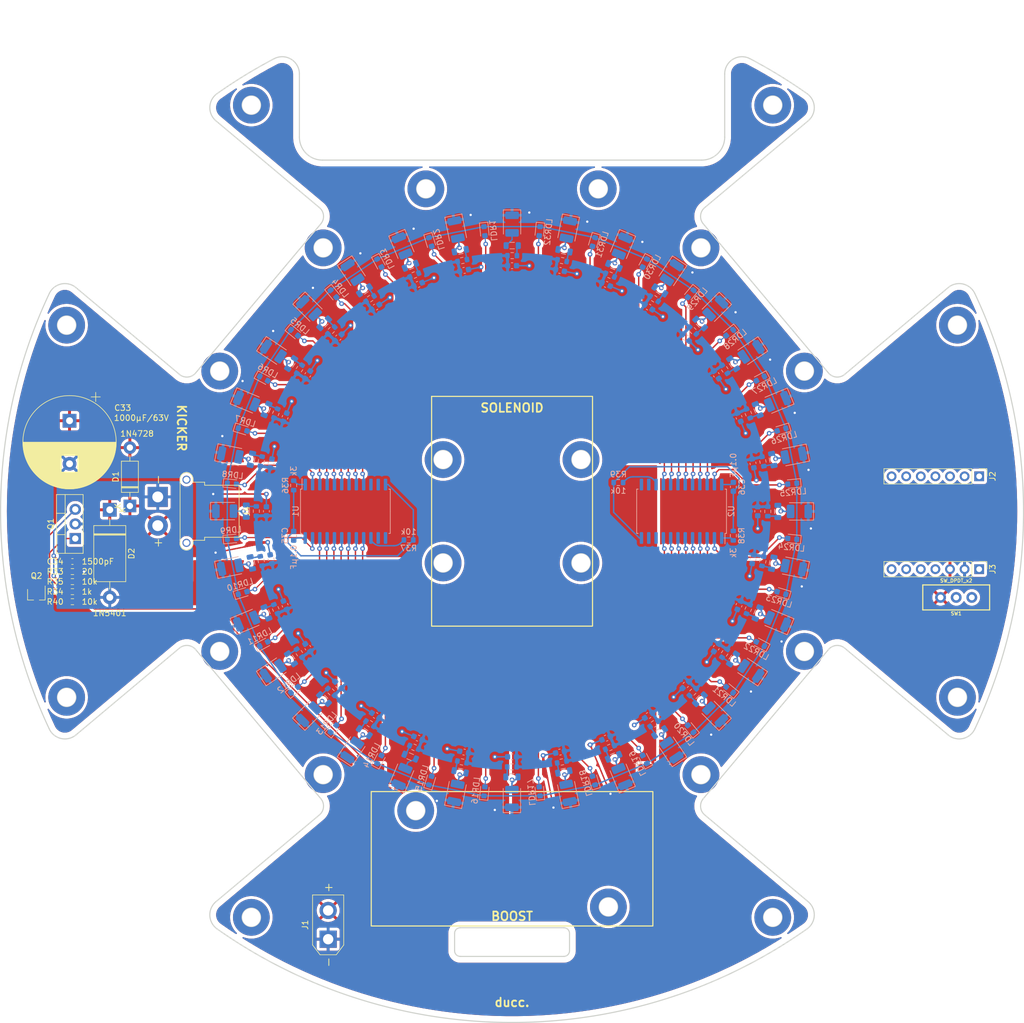
<source format=kicad_pcb>
(kicad_pcb (version 20221018) (generator pcbnew)
  (title_block (title "layer 1 pcb drawing") (date "2023-11-15") (company "8076ducc Robotics Competition Team"))
  (layers (0 "F.Cu" signal) (31 "B.Cu" signal) (34 "B.Paste" user) (35 "F.Paste" user) (36 "B.SilkS" user "B.Silkscreen") (37 "F.SilkS" user "F.Silkscreen") (38 "B.Mask" user) (39 "F.Mask" user) (44 "Edge.Cuts" user))
  (net 0 "")
  (net 1 "Net-(SW1A-B)")
  (net 2 "GND")
  (net 3 "+3V3")
  (net 4 "GNDA")
  (net 5 "/MUX1OUT")
  (net 6 "/MUX2OUT")
  (net 7 "/S0")
  (net 8 "/S1")
  (net 9 "/S3")
  (net 10 "/S2")
  (net 11 "/SOLENOIDON")
  (net 12 "Net-(Q1-S)")
  (net 13 "Net-(D1-K)")
  (net 14 "VCCQ")
  (net 15 "Net-(D2-A)")
  (net 16 "Net-(L1-Pad2)")
  (net 17 "Net-(C34-Pad1)")
  (net 20 "Net-(LED1-A)")
  (net 21 "Net-(LED2-A)")
  (net 22 "Net-(LED3-A)")
  (net 23 "/TX")
  (net 24 "/RX")
  (net 25 "Net-(LED4-A)")
  (net 26 "Net-(LED5-A)")
  (net 27 "+5V")
  (net 28 "Net-(LED6-A)")
  (net 29 "Net-(L2-Pad2)")
  (net 30 "Net-(LED7-A)")
  (net 31 "Net-(L3-Pad2)")
  (net 32 "Net-(LED8-A)")
  (net 33 "Net-(L4-Pad2)")
  (net 34 "Net-(LED9-A)")
  (net 35 "Net-(L5-Pad2)")
  (net 36 "Net-(LED10-A)")
  (net 37 "Net-(L6-Pad2)")
  (net 38 "Net-(LED11-A)")
  (net 39 "Net-(L7-Pad2)")
  (net 40 "Net-(LED12-A)")
  (net 41 "Net-(L8-Pad2)")
  (net 42 "Net-(LED13-A)")
  (net 43 "Net-(L9-Pad2)")
  (net 44 "Net-(LED14-A)")
  (net 45 "Net-(L10-Pad2)")
  (net 46 "Net-(LED15-A)")
  (net 47 "Net-(L11-Pad2)")
  (net 48 "Net-(LED16-A)")
  (net 49 "Net-(L12-Pad2)")
  (net 50 "Net-(LED17-A)")
  (net 51 "Net-(L13-Pad2)")
  (net 52 "Net-(LED18-A)")
  (net 53 "Net-(L14-Pad2)")
  (net 54 "Net-(LED19-A)")
  (net 55 "Net-(L15-Pad2)")
  (net 56 "Net-(LED20-A)")
  (net 57 "Net-(L16-Pad2)")
  (net 58 "Net-(LED21-A)")
  (net 59 "Net-(L17-Pad2)")
  (net 60 "Net-(LED22-A)")
  (net 61 "Net-(L18-Pad2)")
  (net 62 "Net-(LED23-A)")
  (net 63 "Net-(L19-Pad2)")
  (net 64 "Net-(LED24-A)")
  (net 65 "Net-(L20-Pad2)")
  (net 66 "Net-(LED25-A)")
  (net 67 "Net-(L21-Pad2)")
  (net 68 "Net-(LED26-A)")
  (net 69 "Net-(L22-Pad2)")
  (net 70 "Net-(LED27-A)")
  (net 71 "Net-(L23-Pad2)")
  (net 72 "Net-(LED28-A)")
  (net 73 "Net-(L24-Pad2)")
  (net 74 "Net-(LED29-A)")
  (net 75 "Net-(L25-Pad2)")
  (net 76 "Net-(LED30-A)")
  (net 77 "Net-(L26-Pad2)")
  (net 78 "Net-(LED31-A)")
  (net 79 "Net-(L27-Pad2)")
  (net 80 "Net-(LED32-A)")
  (net 81 "Net-(L28-Pad2)")
  (net 82 "Net-(U1-I0)")
  (net 83 "Net-(L29-Pad2)")
  (net 84 "Net-(U1-I1)")
  (net 85 "Net-(L30-Pad2)")
  (net 86 "Net-(U1-I2)")
  (net 87 "Net-(L31-Pad2)")
  (net 88 "Net-(U1-I3)")
  (net 89 "Net-(L32-Pad2)")
  (net 90 "+12V")
  (net 91 "+48V")
  (net 92 "Net-(U1-I4)")
  (net 93 "Net-(U1-I5)")
  (net 94 "Net-(U1-I6)")
  (net 95 "Net-(U1-I7)")
  (net 96 "Net-(U1-I8)")
  (net 97 "Net-(U1-I9)")
  (net 98 "Net-(U1-I10)")
  (net 99 "Net-(U1-I11)")
  (net 100 "Net-(U1-I12)")
  (net 101 "Net-(U1-I13)")
  (net 102 "Net-(U1-I14)")
  (net 103 "Net-(U1-I15)")
  (net 104 "Net-(U2-I0)")
  (net 105 "Net-(U2-I1)")
  (net 106 "Net-(U2-I2)")
  (net 107 "Net-(U2-I3)")
  (net 108 "Net-(U2-I4)")
  (net 109 "Net-(U2-I5)")
  (net 110 "Net-(U2-I6)")
  (net 111 "Net-(U2-I7)")
  (net 112 "Net-(U2-I8)")
  (net 113 "Net-(U2-I9)")
  (net 114 "Net-(U2-I10)")
  (net 115 "Net-(U2-I11)")
  (net 116 "Net-(U2-I12)")
  (net 117 "Net-(U2-I13)")
  (net 118 "Net-(U2-I14)")
  (net 119 "Net-(U2-I15)")
  (net 120 "Net-(Q1-G)")
  (net 121 "Net-(U1-~{E})")
  (net 122 "Net-(U2-~{E})")
  (footprint "Capacitor_THT:CP_Radial_D16.0mm_P7.50mm" (layer "F.Cu") (at 28 89.237246 -90)
    (fp_text reference "C33")
    (fp_text value "1000µF/63V")
  )
  (footprint "Resistor_SMD:R_0603_1608Metric" (layer "F.Cu") (at 28.5 120.75)
    (fp_text reference "R40")
    (fp_text value "10k")
  )
  (footprint "Resistor_SMD:R_0603_1608Metric" (layer "F.Cu") (at 28.5 115.5 180)
    (fp_text reference "R33")
    (fp_text value "20")
  )
  (footprint "Connector_Wire:SolderWirePad_1x01_SMD_5x10mm" (layer "F.Cu") (at 129.5 177)
    (fp_text reference "J8" hide)
    (fp_text value "Conn_01x01_Socket")
  )
  (footprint "MountingHole:MountingHole_3.2mm_M3_Pad" (layer "F.Cu") (at 150.362 34.3015)
    (fp_text reference "H21" hide)
    (fp_text value "MountingHole")
  )
  (footprint "MountingHole:MountingHole_3.2mm_M3_Pad" (layer "F.Cu") (at 155.865 129.405)
    (fp_text reference "H22" hide)
    (fp_text value "MountingHole")
  )
  (footprint "MountingHole:MountingHole_3.2mm_M3_Pad" (layer "F.Cu") (at 27.4985 72.6037)
    (fp_text reference "H1" hide)
    (fp_text value "MountingHole")
  )
  (footprint "Diode_THT:D_DO-41_SOD81_P10.16mm_Horizontal" (layer "F.Cu") (at 38.5 104.08 90)
    (fp_text reference "D1")
    (fp_text value "1N4728")
  )
  (footprint "MountingHole:MountingHole_3.2mm_M3_Pad" (layer "F.Cu") (at 120 48.8685)
    (fp_text reference "H5" hide)
    (fp_text value "MountingHole")
  )
  (footprint "Package_TO_SOT_SMD:TSOT-23" (layer "F.Cu") (at 22.25 119.5 -90)
    (fp_text reference "Q2")
    (fp_text value "MOSFET-NCH-AO3404A")
  )
  (footprint "MountingHole:MountingHole_3.2mm_M3_Pad" (layer "F.Cu") (at 117 114)
    (fp_text reference "H12" hide)
    (fp_text value "MountingHole")
  )
  (footprint "MountingHole:MountingHole_3.2mm_M3_Pad" (layer "F.Cu") (at 137.867 150.854)
    (fp_text reference "H6" hide)
    (fp_text value "MountingHole")
  )
  (footprint "MountingHole:MountingHole_3.2mm_M3_Pad" (layer "F.Cu") (at 72.133128 59.145717)
    (fp_text reference "H9" hide)
    (fp_text value "MountingHole")
  )
  (footprint "MountingHole:MountingHole_3.2mm_M3_Pad" (layer "F.Cu") (at 59.6379 175.699)
    (fp_text reference "H14" hide)
    (fp_text value "MountingHole")
  )
  (footprint "MountingHole:MountingHole_3.2mm_M3_Pad" (layer "F.Cu") (at 88.236 157.118)
    (fp_text reference "H23" hide)
    (fp_text value "MountingHole")
  )
  (footprint "MountingHole:MountingHole_3.2mm_M3_Pad" (layer "F.Cu") (at 54.1351 129.405)
    (fp_text reference "H11" hide)
    (fp_text value "MountingHole")
  )
  (footprint "MountingHole:MountingHole_3.2mm_M3_Pad" (layer "F.Cu") (at 93 96)
    (fp_text reference "H8" hide)
    (fp_text value "MountingHole")
  )
  (footprint "MountingHole:MountingHole_3.2mm_M3_Pad" (layer "F.Cu") (at 137.867 59.1457)
    (fp_text reference "H18" hide)
    (fp_text value "MountingHole")
  )
  (footprint "MountingHole:MountingHole_3.2mm_M3_Pad" (layer "F.Cu") (at 182.501 72.6037)
    (fp_text reference "H2" hide)
    (fp_text value "MountingHole")
  )
  (footprint "MountingHole:MountingHole_3.2mm_M3_Pad" (layer "F.Cu") (at 93 114)
    (fp_text reference "H17" hide)
    (fp_text value "MountingHole")
  )
  (footprint "MountingHole:MountingHole_3.2mm_M3_Pad" (layer "F.Cu") (at 150.362 175.699)
    (fp_text reference "H4" hide)
    (fp_text value "MountingHole")
  )
  (footprint "MountingHole:MountingHole_3.2mm_M3_Pad" (layer "F.Cu") (at 121.764 173.882)
    (fp_text reference "H24" hide)
    (fp_text value "MountingHole")
  )
  (footprint "MountingHole:MountingHole_3.2mm_M3_Pad" (layer "F.Cu") (at 90 48.8685)
    (fp_text reference "H13" hide)
    (fp_text value "MountingHole")
  )
  (footprint "MountingHole:MountingHole_3.2mm_M3_Pad" (layer "F.Cu") (at 72.1331 150.854)
    (fp_text reference "H3" hide)
    (fp_text value "MountingHole")
  )
  (footprint "Connector_Wire:SolderWirePad_1x01_SMD_5x10mm" (layer "F.Cu") (at 129.5 154)
    (fp_text reference "J7" hide)
    (fp_text value "Conn_01x01_Socket")
  )
  (footprint "MountingHole:MountingHole_3.2mm_M3_Pad" (layer "F.Cu") (at 54.1351 80.595)
    (fp_text reference "H16" hide)
    (fp_text value "MountingHole")
  )
  (footprint "Connector_Wire:SolderWirePad_1x01_SMD_5x10mm" (layer "F.Cu") (at 80.25 154)
    (fp_text reference "J5" hide)
    (fp_text value "Conn_01x01_Socket")
  )
  (footprint "Connector_AMASS:AMASS_XT30PW-F_1x02_P2.50mm_Horizontal" (layer "F.Cu") (at 43.35 102.5 -90)
    (fp_text reference "J4")
    (fp_text value "XT30PW-F")
  )
  (footprint "MountingHole:MountingHole_3.2mm_M3_Pad" (layer "F.Cu") (at 59.6379 34.3015)
    (fp_text reference "H10" hide)
    (fp_text value "MountingHole")
  )
  (footprint "Capacitor_SMD:C_0603_1608Metric" (layer "F.Cu") (at 28.5 113.75 180)
    (fp_text reference "C34")
    (fp_text value "1500pF")
  )
  (footprint "Resistor_SMD:R_0603_1608Metric" (layer "F.Cu") (at 28.5 119 180)
    (fp_text reference "R34")
    (fp_text value "1k")
  )
  (footprint "Connector_AMASS:AMASS_XT30UPB-F_1x02_P5.0mm_Vertical" (layer "F.Cu") (at 73 179.5 90)
    (fp_text reference "J1")
    (fp_text value "XT60-F")
  )
  (footprint "Package_TO_SOT_THT:TO-220-3_Vertical" (layer "F.Cu") (at 29 109.75 90)
    (fp_text reference "Q1")
    (fp_text value "MOSFET-NCH-FQP30N06L")
  )
  (footprint "MountingHole:MountingHole_3.2mm_M3_Pad" (layer "F.Cu") (at 182.501 137.396)
    (fp_text reference "H19" hide)
    (fp_text value "MountingHole")
  )
  (footprint "Resistor_SMD:R_0603_1608Metric" (layer "F.Cu") (at 28.5 117.25 180)
    (fp_text reference "R35")
    (fp_text value "10k")
  )
  (footprint "MountingHole:MountingHole_3.2mm_M3_Pad" (layer "F.Cu") (at 155.865 80.595)
    (fp_text reference "H15" hide)
    (fp_text value "MountingHole")
  )
  (footprint "Connector_PinHeader_2.54mm:PinHeader_1x07_P2.54mm_Vertical" (layer "F.Cu") (at 186.2822 115.0825 -90)
    (fp_text reference "J3")
    (fp_text value "1x07 2.54 FEMALE" hide)
  )
  (footprint "MountingHole:MountingHole_3.2mm_M3_Pad" (layer "F.Cu") (at 27.4985 137.396)
    (fp_text reference "H20" hide)
    (fp_text value "MountingHole")
  )
  (footprint "Diode_THT:D_DO-27_P15.24mm_Horizontal" (layer "F.Cu") (at 35 104.75 -90)
    (fp_text reference "D2")
    (fp_text value "1N5401")
  )
  (footprint "Connector_PinHeader_2.54mm:PinHeader_1x07_P2.54mm_Vertical" (layer "F.Cu") (at 186.2822 98.9175 -90)
    (fp_text reference "J2")
    (fp_text value "1x07 2.54 FEMALE" hide)
  )
  (footprint "Connector_Wire:SolderWirePad_1x01_SMD_5x10mm" (layer "F.Cu") (at 80.5 177)
    (fp_text reference "J6" hide)
    (fp_text value "Conn_01x01_Socket")
  )
  (footprint "Switches:SWITCH_SPDT_PTH_11.6X4.0MM_LOCK" (layer "F.Cu") (at 182.2822 120 90)
    (fp_text reference "SW1")
    (fp_text value "SW_DPDT_x2")
  )
  (footprint "MountingHole:MountingHole_3.2mm_M3_Pad" (layer "F.Cu") (at 117 96)
    (fp_text reference "H7" hide)
    (fp_text value "MountingHole")
  )
  (footprint "Capacitor_SMD:C_0603_1608Metric" (layer "B.Cu") (at 81.249373 140.545326 146.25)
    (fp_text reference "C14" hide)
    (fp_text value "1uF" hide)
  )
  (footprint "Inductor_SMD:L_0805_2012Metric" (layer "B.Cu") (at 150.366196 96.001592 -78.75)
    (fp_text reference "L26" hide)
    (fp_text value "10mA" hide)
  )
  (footprint "Capacitor_Tantalum_SMD:CP_EIA-3528-12_Kemet-T" (layer "B.Cu") (at 151.18441 124.157269 157.5)
    (fp_text reference "LED23" hide)
    (fp_text value "WHITE 3528" hide)
  )
  (footprint "Capacitor_Tantalum_SMD:CP_EIA-3528-12_Kemet-T" (layer "B.Cu") (at 154.034387 114.779036 168.75)
    (fp_text reference "LED24" hide)
    (fp_text value "WHITE 3528" hide)
  )
  (footprint "Capacitor_SMD:C_0603_1608Metric" (layer "B.Cu") (at 143.5 100.75 -90)
    (fp_text reference "C36")
    (fp_text value "0.1μF")
  )
  (footprint "Inductor_SMD:L_0805_2012Metric" (layer "B.Cu") (at 62.261005 122.676012 112.5)
    (fp_text reference "L11" hide)
    (fp_text value "10mA" hide)
  )
  (footprint "Resistor_SMD:R_0603_1608Metric" (layer "B.Cu") (at 122.05251 63.896928 -22.5)
    (fp_text reference "R31" hide)
    (fp_text value "0.39" hide)
  )
  (footprint "Capacitor_SMD:C_0603_1608Metric" (layer "B.Cu") (at 81.249373 69.454674 33.75)
    (fp_text reference "C4" hide)
    (fp_text value "1uF" hide)
  )
  (footprint "Resistor_SMD:R_0603_1608Metric" (layer "B.Cu") (at 142.014287 80.297911 -56.25)
    (fp_text reference "R28" hide)
    (fp_text value "0.39" hide)
  )
  (footprint "Resistor_SMD:R_0603_1608Metric" (layer "B.Cu") (at 67 100.5 -90)
    (fp_text reference "R36")
    (fp_text value "3k")
  )
  (footprint "Resistor_SMD:R_0603_1608Metric" (layer "B.Cu") (at 104.975 149.5 180)
    (fp_text reference "R17" hide)
    (fp_text value "0.39" hide)
  )
  (footprint "Diode_SMD:D_0603_1608Metric" (layer "B.Cu") (at 73.914729 67.122488 -50.625)
    (fp_text reference "LDR4")
    (fp_text value "ALS-PT19-315C" hide)
  )
  (footprint "Capacitor_Tantalum_SMD:CP_EIA-3528-12_Kemet-T" (layer "B.Cu") (at 55 104.975)
    (fp_text reference "LED9" hide)
    (fp_text value "WHITE 3528" hide)
  )
  (footprint "Diode_SMD:D_0603_1608Metric" (layer "B.Cu") (at 119.223949 58.109923 -106.875)
    (fp_text reference "LDR31")
    (fp_text value "ALS-PT19-315C" hide)
  )
  (footprint "Resistor_SMD:R_0603_1608Metric" (layer "B.Cu") (at 129.743662 68.013492 -33.75)
    (fp_text reference "R30" hide)
    (fp_text value "0.39" hide)
  )
  (footprint "Capacitor_Tantalum_SMD:CP_EIA-3528-12_Kemet-T" (layer "B.Cu") (at 55.965613 95.220964 -11.25)
    (fp_text reference "LED8" hide)
    (fp_text value "WHITE 3528" hide)
  )
  (footprint "Inductor_SMD:L_0805_2012Metric" (layer "B.Cu") (at 79.28409 143.44158 146.25)
    (fp_text reference "L14" hide)
    (fp_text value "10mA" hide)
  )
  (footprint "Capacitor_Tantalum_SMD:CP_EIA-3528-12_Kemet-T" (layer "B.Cu") (at 140.337661 140.373017 135)
    (fp_text reference "LED21" hide)
    (fp_text value "WHITE 3528" hide)
  )
  (footprint "Capacitor_Tantalum_SMD:CP_EIA-3528-12_Kemet-T" (layer "B.Cu") (at 69.626983 140.337661 45)
    (fp_text reference "LED13" hide)
    (fp_text value "WHITE 3528" hide)
  )
  (footprint "Diode_SMD:D_0603_1608Metric" (layer "B.Cu") (at 142.877512 73.914729 -140.625)
    (fp_text reference "LDR28")
    (fp_text value "ALS-PT19-315C" hide)
  )
  (footprint "Capacitor_SMD:C_0603_1608Metric" (layer "B.Cu") (at 88.640283 65.50415 22.5)
    (fp_text reference "C3" hide)
    (fp_text value "1uF" hide)
  )
  (footprint "Capacitor_SMD:C_0603_1608Metric" (layer "B.Cu") (at 128.750627 69.454674 -33.75)
    (fp_text reference "C30" hide)
    (fp_text value "1uF" hide)
  )
  (footprint "Resistor_SMD:R_0603_1608Metric" (layer "B.Cu") (at 113.657 148.649822 -168.75)
    (fp_text reference "R18" hide)
    (fp_text value "0.39" hide)
  )
  (footprint "Inductor_SMD:L_0805_2012Metric" (layer "B.Cu") (at 137.686011 137.721366 -135)
    (fp_text reference "L21" hide)
    (fp_text value "10mA" hide)
  )
  (footprint "Resistor_SMD:R_0603_1608Metric" (layer "B.Cu") (at 63.877794 122.006316 112.5)
    (fp_text reference "R11" hide)
    (fp_text value "0.39" hide)
  )
  (footprint "Inductor_SMD:L_0805_2012Metric" (layer "B.Cu") (at 79.325663 66.530641 33.75)
    (fp_text reference "L4" hide)
    (fp_text value "10mA" hide)
  )
  (footprint "Inductor_SMD:L_0805_2012Metric" (layer "B.Cu") (at 95.952553 150.356442 168.75)
    (fp_text reference "L16" hide)
    (fp_text value "10mA" hide)
  )
  (footprint "Resistor_SMD:R_0603_1608Metric" (layer "B.Cu") (at 87 110)
    (fp_text reference "R37")
    (fp_text value "10k")
  )
  (footprint "Diode_SMD:D_0603_1608Metric" (layer "B.Cu") (at 67.122487 73.914729 -39.375)
    (fp_text reference "LDR5")
    (fp_text value "ALS-PT19-315C" hide)
  )
  (footprint "Resistor_SMD:R_0603_1608Metric" (layer "B.Cu") (at 80.297911 67.985713 33.75)
    (fp_text reference "R4" hide)
    (fp_text value "0.39" hide)
  )
  (footprint "Resistor_SMD:R_0603_1608Metric" (layer "B.Cu") (at 136.448574 136.483929 -135)
    (fp_text reference "R21" hide)
    (fp_text value "0.39" hide)
  )
  (footprint "Inductor_SMD:L_0805_2012Metric" (layer "B.Cu") (at 87.277794 147.719861 157.5)
    (fp_text reference "L15" hide)
    (fp_text value "10mA" hide)
  )
  (footprint "Resistor_SMD:R_0603_1608Metric" (layer "B.Cu") (at 148.640068 113.706039 -101.25)
    (fp_text reference "R24" hide)
    (fp_text value "0.39" hide)
  )
  (footprint "Resistor_SMD:R_0603_1608Metric" (layer "B.Cu") (at 136.483929 73.551426 -45)
    (fp_text reference "R29" hide)
    (fp_text value "0.39" hide)
  )
  (footprint "Capacitor_Tantalum_SMD:CP_EIA-3528-12_Kemet-T" (layer "B.Cu") (at 155 105.025 180)
    (fp_text reference "LED25" hide)
    (fp_text value "WHITE 3528" hide)
  )
  (footprint "Diode_SMD:D_0603_1608Metric" (layer "B.Cu") (at 148.214142 128.09844 151.875)
    (fp_text reference "LDR22")
    (fp_text value "ALS-PT19-315C" hide)
  )
  (footprint "Diode_SMD:D_0603_1608Metric" (layer "B.Cu") (at 136.085271 142.877512 129.375)
    (fp_text reference "LDR20")
    (fp_text value "ALS-PT19-315C" hide)
  )
  (footprint "Capacitor_SMD:C_0603_1608Metric" (layer "B.Cu") (at 105 62.25)
    (fp_text reference "C1" hide)
    (fp_text value "1uF" hide)
  )
  (footprint "Inductor_SMD:L_0805_2012Metric" (layer "B.Cu") (at 114.047447 59.643558 -11.25)
    (fp_text reference "L32" hide)
    (fp_text value "10mA" hide)
  )
  (footprint "Capacitor_SMD:C_0603_1608Metric" (layer "B.Cu") (at 88.640283 144.49585 157.5)
    (fp_text reference "C15" hide)
    (fp_text value "1uF" hide)
  )
  (footprint "Inductor_SMD:L_0805_2012Metric" (layer "B.Cu") (at 72.278634 137.686011 135)
    (fp_text reference "L13" hide)
    (fp_text value "10mA" hide)
  )
  (footprint "Inductor_SMD:L_0805_2012Metric" (layer "B.Cu") (at 151.25 105.025 -90)
    (fp_text reference "L25" hide)
    (fp_text value "10mA" hide)
  )
  (footprint "Resistor_SMD:R_0603_1608Metric" (layer "B.Cu") (at 87.94749 146.103072 157.5)
    (fp_text reference "R15" hide)
    (fp_text value "0.39" hide)
  )
  (footprint "Diode_SMD:D_0603_1608Metric" (layer "B.Cu") (at 109.80284 153.764052 95.625)
    (fp_text reference "LDR17")
    (fp_text value "ALS-PT19-315C" hide)
  )
  (footprint "Inductor_SMD:L_0805_2012Metric" (layer "B.Cu") (at 58.75 104.975 90)
    (fp_text reference "L9" hide)
    (fp_text value "10mA" hide)
  )
  (footprint "Inductor_SMD:L_0805_2012Metric" (layer "B.Cu") (at 130.674337 143.469359 -146.25)
    (fp_text reference "L20" hide)
    (fp_text value "10mA" hide)
  )
  (footprint "Capacitor_SMD:C_0603_1608Metric" (layer "B.Cu") (at 105 147.75 180)
    (fp_text reference "C17" hide)
    (fp_text value "1uF" hide)
  )
  (footprint "Inductor_SMD:L_0805_2012Metric" (layer "B.Cu") (at 66.530641 130.674337 123.75)
    (fp_text reference "L12" hide)
    (fp_text value "10mA" hide)
  )
  (footprint "Capacitor_SMD:C_0603_1608Metric" (layer "B.Cu") (at 146.928571 96.659889 -78.75)
    (fp_text reference "C26" hide)
    (fp_text value "1uF" hide)
  )
  (footprint "Capacitor_SMD:C_0603_1608Metric" (layer "B.Cu") (at 128.750627 140.545326 -146.25)
    (fp_text reference "C20" hide)
    (fp_text value "1uF" hide)
  )
  (footprint "Capacitor_SMD:C_0603_1608Metric" (layer "B.Cu") (at 121.359717 65.50415 -22.5)
    (fp_text reference "C31" hide)
    (fp_text value "1uF" hide)
  )
  (footprint "Inductor_SMD:L_0805_2012Metric" (layer "B.Cu") (at 66.55842 79.28409 56.25)
    (fp_text reference "L6" hide)
    (fp_text value "10mA" hide)
  )
  (footprint "Capacitor_Tantalum_SMD:CP_EIA-3528-12_Kemet-T" (layer "B.Cu") (at 58.81559 85.842731 -22.5)
    (fp_text reference "LED7" hide)
    (fp_text value "WHITE 3528" hide)
  )
  (footprint "Capacitor_SMD:C_0603_1608Metric" (layer "B.Cu") (at 67 109.275 90)
    (fp_text reference "C35")
    (fp_text value "0.1μF")
  )
  (footprint "Resistor_SMD:R_0603_1608Metric" (layer "B.Cu") (at 87.993684 63.877794 22.5)
    (fp_text reference "R3" hide)
    (fp_text value "0.39" hide)
  )
  (footprint "Diode_SMD:D_0603_1608Metric" (layer "B.Cu") (at 119.223949 151.890077 106.875)
    (fp_text reference "LDR18")
    (fp_text value "ALS-PT19-315C" hide)
  )
  (footprint "Resistor_SMD:R_0603_1608Metric" (layer "B.Cu") (at 105.025 60.5)
    (fp_text reference "R1" hide)
    (fp_text value "0.39" hide)
  )
  (footprint "Capacitor_SMD:C_0603_1608Metric" (layer "B.Cu") (at 140.545326 81.249373 -56.25)
    (fp_text reference "C28" hide)
    (fp_text value "1uF" hide)
  )
  (footprint "Capacitor_Tantalum_SMD:CP_EIA-3528-12_Kemet-T" (layer "B.Cu") (at 63.440409 77.200702 -33.75)
    (fp_text reference "LED6" hide)
    (fp_text value "WHITE 3528" hide)
  )
  (footprint "Inductor_SMD:L_0805_2012Metric" (layer "B.Cu") (at 143.469359 79.325663 -56.25)
    (fp_text reference "L28" hide)
    (fp_text value "10mA" hide)
  )
  (footprint "Inductor_SMD:L_0805_2012Metric" (layer "B.Cu") (at 147.719861 122.722206 -112.5)
    (fp_text reference "L23" hide)
    (fp_text value "10mA" hide)
  )
  (footprint "Diode_SMD:D_0603_1608Metric" (layer "B.Cu") (at 56.235948 109.80284 5.625)
    (fp_text reference "LDR9")
    (fp_text value "ALS-PT19-315C" hide)
  )
  (footprint "Capacitor_Tantalum_SMD:CP_EIA-3528-12_Kemet-T" (layer "B.Cu") (at 140.373017 69.662339 -135)
    (fp_text reference "LED29" hide)
    (fp_text value "WHITE 3528" hide)
  )
  (footprint "Diode_SMD:D_0603_1608Metric" (layer "B.Cu") (at 128.09844 148.214142 118.125)
    (fp_text reference "LDR19")
    (fp_text value "ALS-PT19-315C" hide)
  )
  (footprint "Resistor_SMD:R_0603_1608Metric" (layer "B.Cu") (at 113.706039 61.359932 -11.25)
    (fp_text reference "R32" hide)
    (fp_text value "0.39" hide)
  )
  (footprint "Resistor_SMD:R_0603_1608Metric" (layer "B.Cu") (at 129.702089 142.014287 -146.25)
    (fp_text reference "R20" hide)
    (fp_text value "0.39" hide)
  )
  (footprint "Capacitor_SMD:C_0603_1608Metric" (layer "B.Cu") (at 63.071429 113.340111 101.25)
    (fp_text reference "C10" hide)
    (fp_text value "1uF" hide)
  )
  (footprint "Diode_SMD:D_0603_1608Metric" (layer "B.Cu") (at 90.776051 58.109923 -73.125)
    (fp_text reference "LDR2")
    (fp_text value "ALS-PT19-315C" hide)
  )
  (footprint "Resistor_SMD:R_0603_1608Metric" (layer "B.Cu") (at 73.551426 73.516071 45)
    (fp_text reference "R5" hide)
    (fp_text value "0.39" hide)
  )
  (footprint "Diode_SMD:D_0603_1608Metric" (layer "B.Cu") (at 90.776051 151.890077 73.125)
    (fp_text reference "LDR15")
    (fp_text value "ALS-PT19-315C" hide)
  )
  (footprint "Resistor_SMD:R_0603_1608Metric" (layer "B.Cu") (at 149.5 105.025 -90)
    (fp_text reference "R25" hide)
    (fp_text value "0.39" hide)
  )
  (footprint "Inductor_SMD:L_0805_2012Metric" (layer "B.Cu") (at 59.633804 113.998408 101.25)
    (fp_text reference "L10" hide)
    (fp_text value "10mA" hide)
  )
  (footprint "Diode_SMD:D_0603_1608Metric" (layer "B.Cu") (at 148.214142 81.90156 -151.875)
    (fp_text reference "LDR27")
    (fp_text value "ALS-PT19-315C" hide)
  )
  (footprint "Capacitor_SMD:C_0603_1608Metric" (layer "B.Cu") (at 69.454674 81.249373 56.25)
    (fp_text reference "C6" hide)
    (fp_text value "1uF" hide)
  )
  (footprint "Inductor_SMD:L_0805_2012Metric" (layer "B.Cu") (at 113.998408 150.366196 -168.75)
    (fp_text reference "L18" hide)
    (fp_text value "10mA" hide)
  )
  (footprint "Capacitor_SMD:C_0603_1608Metric" (layer "B.Cu") (at 144.49585 121.359717 -112.5)
    (fp_text reference "C23" hide)
    (fp_text value "1uF" hide)
  )
  (footprint "Diode_SMD:D_0603_1608Metric" (layer "B.Cu") (at 81.90156 61.785858 -61.875)
    (fp_text reference "LDR3")
    (fp_text value "ALS-PT19-315C" hide)
  )
  (footprint "Inductor_SMD:L_0805_2012Metric" (layer "B.Cu") (at 72.313989 72.278634 45)
    (fp_text reference "L5" hide)
    (fp_text value "10mA" hide)
  )
  (footprint "Diode_SMD:D_0603_1608Metric" (layer "B.Cu") (at 61.785858 128.09844 28.125)
    (fp_text reference "LDR11")
    (fp_text value "ALS-PT19-315C" hide)
  )
  (footprint "Diode_SMD:D_0603_1608Metric" (layer "B.Cu") (at 56.235948 100.19716 -5.625)
    (fp_text reference "LDR8")
    (fp_text value "ALS-PT19-315C" hide)
  )
  (footprint "Inductor_SMD:L_0805_2012Metric" (layer "B.Cu") (at 122.676012 147.738995 -157.5)
    (fp_text reference "L19" hide)
    (fp_text value "10mA" hide)
  )
  (footprint "Capacitor_Tantalum_SMD:CP_EIA-3528-12_Kemet-T" (layer "B.Cu") (at 105 55 -90)
    (fp_text reference "LED1" hide)
    (fp_text value "WHITE 3528" hide)
  )
  (footprint "Capacitor_SMD:C_0603_1608Metric" (layer "B.Cu") (at 63.071429 96.659889 78.75)
    (fp_text reference "C8" hide)
    (fp_text value "1uF" hide)
  )
  (footprint "Capacitor_SMD:C_0603_1608Metric" (layer "B.Cu") (at 62.25 105 90)
    (fp_text reference "C9" hide)
    (fp_text value "1uF" hide)
  )
  (footprint "Inductor_SMD:L_0805_2012Metric" (layer "B.Cu") (at 96.001592 59.633804 11.25)
    (fp_text reference "L2" hide)
    (fp_text value "10mA" hide)
  )
  (footprint "Capacitor_Tantalum_SMD:CP_EIA-3528-12_Kemet-T" (layer "B.Cu") (at 132.799298 63.440409 -123.75)
    (fp_text reference "LED30" hide)
    (fp_text value "WHITE 3528" hide)
  )
  (footprint "Resistor_SMD:R_0603_1608Metric" (layer "B.Cu") (at 68.013492 80.256338 56.25)
    (fp_text reference "R6" hide)
    (fp_text value "0.39" hide)
  )
  (footprint "Capacitor_SMD:C_0603_1608Metric" (layer "B.Cu") (at 113.340111 146.928571 -168.75)
    (fp_text reference "C18" hide)
    (fp_text value "1uF" hide)
  )
  (footprint "Diode_SMD:D_0603_1608Metric" (layer "B.Cu") (at 153.764052 100.19716 -174.375)
    (fp_text reference "LDR25")
    (fp_text value "ALS-PT19-315C" hide)
  )
  (footprint "Capacitor_SMD:C_0603_1608Metric" (layer "B.Cu") (at 74.771185 74.771185 45)
    (fp_text reference "C5" hide)
    (fp_text value "1uF" hide)
  )
  (footprint "Capacitor_SMD:C_0603_1608Metric" (layer "B.Cu") (at 140.545326 128.750627 -123.75)
    (fp_text reference "C22" hide)
    (fp_text value "1uF" hide)
  )
  (footprint "Capacitor_Tantalum_SMD:CP_EIA-3528-12_Kemet-T" (layer "B.Cu") (at 58.796456 124.111075 22.5)
    (fp_text reference "LED11" hide)
    (fp_text value "WHITE 3528" hide)
  )
  (footprint "Capacitor_SMD:C_0603_1608Metric" (layer "B.Cu") (at 135.228815 135.228815 -135)
    (fp_text reference "C21" hide)
    (fp_text value "1uF" hide)
  )
  (footprint "Capacitor_SMD:C_0603_1608Metric" (layer "B.Cu") (at 144.49585 88.640283 -67.5)
    (fp_text reference "C27" hide)
    (fp_text value "1uF" hide)
  )
  (footprint "Capacitor_SMD:C_0603_1608Metric" (layer "B.Cu") (at 121.359717 144.49585 -157.5)
    (fp_text reference "C19" hide)
    (fp_text value "1uF" hide)
  )
  (footprint "Capacitor_Tantalum_SMD:CP_EIA-3528-12_Kemet-T" (layer "B.Cu") (at 154.044141 95.270004 -168.75)
    (fp_text reference "LED26" hide)
    (fp_text value "WHITE 3528" hide)
  )
  (footprint "Capacitor_SMD:C_0603_1608Metric" (layer "B.Cu") (at 135.228815 74.771185 -45)
    (fp_text reference "C29" hide)
    (fp_text value "1uF" hide)
  )
  (footprint "Resistor_SMD:R_0603_1608Metric" (layer "B.Cu") (at 146.122206 87.993684 -67.5)
    (fp_text reference "R27" hide)
    (fp_text value "0.39" hide)
  )
  (footprint "Capacitor_Tantalum_SMD:CP_EIA-3528-12_Kemet-T" (layer "B.Cu") (at 95.270004 55.955859 -78.75)
    (fp_text reference "LED2" hide)
    (fp_text value "WHITE 3528" hide)
  )
  (footprint "Resistor_SMD:R_0603_1608Metric" (layer "B.Cu") (at 67.985713 129.702089 123.75)
    (fp_text reference "R12" hide)
    (fp_text value "0.39" hide)
  )
  (footprint "Capacitor_SMD:C_0603_1608Metric" (layer "B.Cu") (at 96.659889 146.928571 168.75)
    (fp_text reference "C16" hide)
    (fp_text value "1uF" hide)
  )
  (footprint "Inductor_SMD:L_0805_2012Metric" (layer "B.Cu") (at 150.356442 114.047447 -101.25)
    (fp_text reference "L24" hide)
    (fp_text value "10mA" hide)
  )
  (footprint "Capacitor_Tantalum_SMD:CP_EIA-3528-12_Kemet-T" (layer "B.Cu") (at 77.242275 63.41263 -56.25)
    (fp_text reference "LED4" hide)
    (fp_text value "WHITE 3528" hide)
  )
  (footprint "Resistor_SMD:R_0603_1608Metric" (layer "B.Cu") (at 141.986508 129.743662 -123.75)
    (fp_text reference "R22" hide)
    (fp_text value "0.39" hide)
  )
  (footprint "Inductor_SMD:L_0805_2012Metric" (layer "B.Cu") (at 130.71591 66.55842 -33.75)
    (fp_text reference "L30" hide)
    (fp_text value "10mA" hide)
  )
  (footprint "Diode_SMD:D_0603_1608Metric" (layer "B.Cu") (at 151.890077 119.223949 163.125)
    (fp_text reference "LDR23")
    (fp_text value "ALS-PT19-315C" hide)
  )
  (footprint "Resistor_SMD:R_0603_1608Metric" (layer "B.Cu") (at 148.649822 96.343 -78.75)
    (fp_text reference "R26" hide)
    (fp_text value "0.39" hide)
  )
  (footprint "Resistor_SMD:R_0603_1608Metric" (layer "B.Cu") (at 63.896928 87.94749 67.5)
    (fp_text reference "R7" hide)
    (fp_text value "0.39" hide)
  )
  (footprint "Capacitor_SMD:C_0603_1608Metric" (layer "B.Cu") (at 96.659889 63.071429 11.25)
    (fp_text reference "C2" hide)
    (fp_text value "1uF" hide)
  )
  (footprint "Resistor_SMD:R_0603_1608Metric" (layer "B.Cu") (at 61.359932 96.293961 78.75)
    (fp_text reference "R8" hide)
    (fp_text value "0.39" hide)
  )
  (footprint "Diode_SMD:D_0603_1608Metric" (layer "B.Cu") (at 100.19716 153.764052 84.375)
    (fp_text reference "LDR16")
    (fp_text value "ALS-PT19-315C" hide)
  )
  (footprint "Resistor_SMD:R_0603_1608Metric" (layer "B.Cu") (at 146.103072 122.05251 -112.5)
    (fp_text reference "R23" hide)
    (fp_text value "0.39" hide)
  )
  (footprint "Diode_SMD:D_0603_1608Metric" (layer "B.Cu") (at 61.785858 81.90156 -28.125)
    (fp_text reference "LDR6")
    (fp_text value "ALS-PT19-315C" hide)
  )
  (footprint "Diode_SMD:D_0603_1608Metric" (layer "B.Cu") (at 128.09844 61.785858 -118.125)
    (fp_text reference "LDR30")
    (fp_text value "ALS-PT19-315C" hide)
  )
  (footprint "Inductor_SMD:L_0805_2012Metric" (layer "B.Cu") (at 122.722206 62.280139 -22.5)
    (fp_text reference "L31" hide)
    (fp_text value "10mA" hide)
  )
  (footprint "Inductor_SMD:L_0805_2012Metric" (layer "B.Cu") (at 143.44158 130.71591 -123.75)
    (fp_text reference "L22" hide)
    (fp_text value "10mA" hide)
  )
  (footprint "Diode_SMD:D_0603_1608Metric" (layer "B.Cu") (at 151.890077 90.776051 -163.125)
    (fp_text reference "LDR26")
    (fp_text value "ALS-PT19-315C" hide)
  )
  (footprint "Capacitor_SMD:C_0603_1608Metric" (layer "B.Cu") (at 65.50415 121.359717 112.5)
    (fp_text reference "C11" hide)
    (fp_text value "1uF" hide)
  )
  (footprint "Inductor_SMD:L_0805_2012Metric" (layer "B.Cu") (at 62.280139 87.277794 67.5)
    (fp_text reference "L7" hide)
    (fp_text value "10mA" hide)
  )
  (footprint "Capacitor_Tantalum_SMD:CP_EIA-3528-12_Kemet-T" (layer "B.Cu") (at 124.157269 58.81559 -112.5)
    (fp_text reference "LED31" hide)
    (fp_text value "WHITE 3528" hide)
  )
  (footprint "Capacitor_SMD:C_0603_1608Metric" (layer "B.Cu") (at 74.771185 135.228815 135)
    (fp_text reference "C13" hide)
    (fp_text value "1uF" hide)
  )
  (footprint "Capacitor_Tantalum_SMD:CP_EIA-3528-12_Kemet-T" (layer "B.Cu") (at 114.779036 55.965613 -101.25)
    (fp_text reference "LED32" hide)
    (fp_text value "WHITE 3528" hide)
  )
  (footprint "Diode_SMD:D_0603_1608Metric" (layer "B.Cu") (at 67.122488 136.085271 39.375)
    (fp_text reference "LDR12")
    (fp_text value "ALS-PT19-315C" hide)
  )
  (footprint "Resistor_SMD:R_0603_1608Metric" (layer "B.Cu") (at 96.343 61.350178 11.25)
    (fp_text reference "R2" hide)
    (fp_text value "0.39" hide)
  )
  (footprint "Capacitor_Tantalum_SMD:CP_EIA-3528-12_Kemet-T" (layer "B.Cu") (at 132.757725 146.58737 123.75)
    (fp_text reference "LED20" hide)
    (fp_text value "WHITE 3528" hide)
  )
  (footprint "Inductor_SMD:L_0805_2012Metric" (layer "B.Cu") (at 87.323988 62.261005 22.5)
    (fp_text reference "L3" hide)
    (fp_text value "10mA" hide)
  )
  (footprint "Inductor_SMD:L_0805_2012Metric" (layer "B.Cu") (at 147.738995 87.323988 -67.5)
    (fp_text reference "L27" hide)
    (fp_text value "10mA" hide)
  )
  (footprint "Inductor_SMD:L_0805_2012Metric" (layer "B.Cu") (at 59.643558 95.952553 78.75)
    (fp_text reference "L8" hide)
    (fp_text value "10mA" hide)
  )
  (footprint "Resistor_SMD:R_0603_1608Metric" (layer "B.Cu") (at 96.293961 148.640068 168.75)
    (fp_text reference "R16" hide)
    (fp_text value "0.39" hide)
  )
  (footprint "Resistor_SMD:R_0603_1608Metric" (layer "B.Cu") (at 80.256338 141.986508 146.25)
    (fp_text reference "R14" hide)
    (fp_text value "0.39" hide)
  )
  (footprint "Capacitor_Tantalum_SMD:CP_EIA-3528-12_Kemet-T" (layer "B.Cu") (at 55.955859 114.729996 11.25)
    (fp_text reference "LED10" hide)
    (fp_text value "WHITE 3528" hide)
  )
  (footprint "Capacitor_Tantalum_SMD:CP_EIA-3528-12_Kemet-T" (layer "B.Cu") (at 95.220964 154.034387 78.75)
    (fp_text reference "LED16" hide)
    (fp_text value "WHITE 3528" hide)
  )
  (footprint "Inductor_SMD:L_0805_2012Metric" (layer "B.Cu") (at 137.721366 72.313989 -45)
    (fp_text reference "L29" hide)
    (fp_text value "10mA" hide)
  )
  (footprint "Package_SO:SOIC-24W_7.5x15.4mm_P1.27mm" (layer "B.Cu") (at 76 105 -90)
    (fp_text reference "U1")
    (fp_text value "CD74HC4067SM")
  )
  (footprint "Package_SO:SOIC-24W_7.5x15.4mm_P1.27mm" (layer "B.Cu") (at 134.5 105 90)
    (fp_text reference "U2")
    (fp_text value "CD74HC4067SM")
  )
  (footprint "Capacitor_Tantalum_SMD:CP_EIA-3528-12_Kemet-T" (layer "B.Cu") (at 146.559591 132.799298 146.25)
    (fp_text reference "LED22" hide)
    (fp_text value "WHITE 3528" hide)
  )
  (footprint "Diode_SMD:D_0603_1608Metric" (layer "B.Cu") (at 153.764052 109.80284 174.375)
    (fp_text reference "LDR24")
    (fp_text value "ALS-PT19-315C" hide)
  )
  (footprint "Capacitor_SMD:C_0603_1608Metric" (layer "B.Cu") (at 146.928571 113.340111 -101.25)
    (fp_text reference "C24" hide)
    (fp_text value "1uF" hide)
  )
  (footprint "Capacitor_SMD:C_0603_1608Metric" (layer "B.Cu") (at 69.454674 128.750627 123.75)
    (fp_text reference "C12" hide)
    (fp_text value "1uF" hide)
  )
  (footprint "Diode_SMD:D_0603_1608Metric" (layer "B.Cu") (at 58.109923 119.223949 16.875)
    (fp_text reference "LDR10")
    (fp_text value "ALS-PT19-315C" hide)
  )
  (footprint "Diode_SMD:D_0603_1608Metric" (layer "B.Cu") (at 136.085271 67.122487 -129.375)
    (fp_text reference "LDR29")
    (fp_text value "ALS-PT19-315C" hide)
  )
  (footprint "Capacitor_Tantalum_SMD:CP_EIA-3528-12_Kemet-T" (layer "B.Cu") (at 151.203544 85.888925 -157.5)
    (fp_text reference "LED27" hide)
    (fp_text value "WHITE 3528" hide)
  )
  (footprint "Diode_SMD:D_0603_1608Metric" (layer "B.Cu") (at 81.90156 148.214142 61.875)
    (fp_text reference "LDR14")
    (fp_text value "ALS-PT19-315C" hide)
  )
  (footprint "Capacitor_Tantalum_SMD:CP_EIA-3528-12_Kemet-T" (layer "B.Cu") (at 146.58737 77.242275 -146.25)
    (fp_text reference "LED28" hide)
    (fp_text value "WHITE 3528" hide)
  )
  (footprint "Diode_SMD:D_0603_1608Metric" (layer "B.Cu") (at 109.80284 56.235948 -95.625)
    (fp_text reference "LDR32")
    (fp_text value "ALS-PT19-315C" hide)
  )
  (footprint "Resistor_SMD:R_0603_1608Metric" (layer "B.Cu") (at 123.5 100 180)
    (fp_text reference "R39")
    (fp_text value "10k")
  )
  (footprint "Diode_SMD:D_0603_1608Metric" (layer "B.Cu") (at 100.19716 56.235948 -84.375)
    (fp_text reference "LDR1")
    (fp_text value "ALS-PT19-315C" hide)
  )
  (footprint "Inductor_SMD:L_0805_2012Metric" (layer "B.Cu") (at 104.975 151.25 180)
    (fp_text reference "L17" hide)
    (fp_text value "10mA" hide)
  )
  (footprint "Capacitor_Tantalum_SMD:CP_EIA-3528-12_Kemet-T" (layer "B.Cu") (at 85.842731 151.18441 67.5)
    (fp_text reference "LED15" hide)
    (fp_text value "WHITE 3528" hide)
  )
  (footprint "Capacitor_SMD:C_0603_1608Metric" (layer "B.Cu") (at 65.50415 88.640283 67.5)
    (fp_text reference "C7" hide)
    (fp_text value "1uF" hide)
  )
  (footprint "Resistor_SMD:R_0603_1608Metric" (layer "B.Cu") (at 73.516071 136.448574 135)
    (fp_text reference "R13" hide)
    (fp_text value "0.39" hide)
  )
  (footprint "Capacitor_Tantalum_SMD:CP_EIA-3528-12_Kemet-T" (layer "B.Cu") (at 124.111075 151.203544 112.5)
    (fp_text reference "LED19" hide)
    (fp_text value "WHITE 3528" hide)
  )
  (footprint "Capacitor_Tantalum_SMD:CP_EIA-3528-12_Kemet-T" (layer "B.Cu") (at 77.200702 146.559591 56.25)
    (fp_text reference "LED14" hide)
    (fp_text value "WHITE 3528" hide)
  )
  (footprint "Resistor_SMD:R_0603_1608Metric" (layer "B.Cu") (at 122.006316 146.122206 -157.5)
    (fp_text reference "R19" hide)
    (fp_text value "0.39" hide)
  )
  (footprint "Resistor_SMD:R_0603_1608Metric" (layer "B.Cu") (at 143.5 109.25 90)
    (fp_text reference "R38")
    (fp_text value "3k")
  )
  (footprint "Capacitor_Tantalum_SMD:CP_EIA-3528-12_Kemet-T" (layer "B.Cu") (at 104.975 155 90)
    (fp_text reference "LED17" hide)
    (fp_text value "WHITE 3528" hide)
  )
  (footprint "Diode_SMD:D_0603_1608Metric" (layer "B.Cu") (at 142.877513 136.085271 140.625)
    (fp_text reference "LDR21")
    (fp_text value "ALS-PT19-315C" hide)
  )
  (footprint "Capacitor_SMD:C_0603_1608Metric" (layer "B.Cu") (at 113.340111 63.071429 -11.25)
    (fp_text reference "C32" hide)
    (fp_text value "1uF" hide)
  )
  (footprint "Inductor_SMD:L_0805_2012Metric" (layer "B.Cu") (at 105.025 58.75)
    (fp_text reference "L1" hide)
    (fp_text value "10mA" hide)
  )
  (footprint "Diode_SMD:D_0603_1608Metric" (layer "B.Cu") (at 58.109923 90.776051 -16.875)
    (fp_text reference "LDR7")
    (fp_text value "ALS-PT19-315C" hide)
  )
  (footprint "Resistor_SMD:R_0603_1608Metric" (layer "B.Cu") (at 61.350178 113.657 101.25)
    (fp_text reference "R10" hide)
    (fp_text value "0.39" hide)
  )
  (footprint "Capacitor_SMD:C_0603_1608Metric" (layer "B.Cu") (at 147.75 105 -90)
    (fp_text reference "C25" hide)
    (fp_text value "1uF" hide)
  )
  (footprint "Diode_SMD:D_0603_1608Metric" (layer "B.Cu") (at 73.914729 142.877513 50.625)
    (fp_text reference "LDR13")
    (fp_text value "ALS-PT19-315C" hide)
  )
  (footprint "Resistor_SMD:R_0603_1608Metric" (layer "B.Cu") (at 60.5 104.975 90)
    (fp_text reference "R9" hide)
    (fp_text value "0.39" hide)
  )
  (footprint "Capacitor_Tantalum_SMD:CP_EIA-3528-12_Kemet-T" (layer "B.Cu") (at 85.888925 58.796456 -67.5)
    (fp_text reference "LED3" hide)
    (fp_text value "WHITE 3528" hide)
  )
  (footprint "Capacitor_Tantalum_SMD:CP_EIA-3528-12_Kemet-T" (layer "B.Cu") (at 114.729996 154.044141 101.25)
    (fp_text reference "LED18" hide)
    (fp_text value "WHITE 3528" hide)
  )
  (footprint "Capacitor_Tantalum_SMD:CP_EIA-3528-12_Kemet-T" (layer "B.Cu") (at 69.662339 69.626983 -45)
    (fp_text reference "LED5" hide)
    (fp_text value "WHITE 3528" hide)
  )
  (footprint "Capacitor_Tantalum_SMD:CP_EIA-3528-12_Kemet-T" (layer "B.Cu") (at 63.41263 132.757725 33.75)
    (fp_text reference "LED12" hide)
    (fp_text value "WHITE 3528" hide)
  )
  (gr_rect (start 91 85) (end 119 125) (stroke (width 0.2)) (fill none) (layer "F.SilkS"))
  (gr_rect (start 80.5 153.8) (end 129.5 177.2) (stroke (width 0.2)) (fill none) (layer "F.SilkS"))
  (gr_line (start 162.875982 128.828205) (end 180.878027 143.933714) (stroke (width 0.2)) (layer "Edge.Cuts"))
  (gr_line (start 29.121973 143.933714) (end 47.124018 128.828205) (stroke (width 0.2)) (layer "Edge.Cuts"))
  (gr_arc (start 180.878027 66.066286) (mid 183.450271 65.434331) (end 185.520587 67.08648) (stroke (width 0.2)) (layer "Edge.Cuts"))
  (gr_line (start 95 178.5) (end 95 181.5) (stroke (width 0.2)) (layer "Edge.Cuts"))
  (gr_arc (start 95 178.5) (mid 95.292893 177.792893) (end 96 177.5) (stroke (width 0.2)) (layer "Edge.Cuts"))
  (gr_circle (center 27.498512 72.603713) (end 25.898512 72.603713) (stroke (width 0.2)) (fill none) (layer "Edge.Cuts"))
  (gr_circle (center 117 114) (end 115.4 114) (stroke (width 0.2)) (fill none) (layer "Edge.Cuts"))
  (gr_circle (center 59.637893 34.30149) (end 58.037893 34.30149) (stroke (width 0.2)) (fill none) (layer "Edge.Cuts"))
  (gr_arc (start 53.680177 177.713656) (mid 52.412666 175.387891) (end 53.481696 172.9645) (stroke (width 0.2)) (layer "Edge.Cuts"))
  (gr_arc (start 63.604651 26.212786) (mid 66.551436 26.300843) (end 68 28.868535) (stroke (width 0.2)) (layer "Edge.Cuts"))
  (gr_line (start 96 182.5) (end 114 182.5) (stroke (width 0.2)) (layer "Edge.Cuts"))
  (gr_arc (start 162.875982 81.171795) (mid 161.416093 81.632099) (end 160.058318 80.925281) (stroke (width 0.2)) (layer "Edge.Cuts"))
  (gr_line (start 114 177.5) (end 96 177.5) (stroke (width 0.2)) (layer "Edge.Cuts"))
  (gr_circle (center 150.362107 175.69851) (end 148.762107 175.69851) (stroke (width 0.2)) (fill none) (layer "Edge.Cuts"))
  (gr_circle (center 54.135075 80.594962) (end 52.535075 80.594962) (stroke (width 0.2)) (fill none) (layer "Edge.Cuts"))
  (gr_arc (start 185.520566 142.913566) (mid 183.450249 144.565677) (end 180.878027 143.933714) (stroke (width 0.2)) (layer "Edge.Cuts"))
  (gr_line (start 138 43.868535) (end 72 43.868535) (stroke (width 0.2)) (layer "Edge.Cuts"))
  (gr_line (start 138.269746 155.041327) (end 160.058318 129.074719) (stroke (width 0.2)) (layer "Edge.Cuts"))
  (gr_arc (start 24.479434 67.086434) (mid 26.549751 65.434323) (end 29.121973 66.066286) (stroke (width 0.2)) (layer "Edge.Cuts"))
  (gr_circle (center 54.135075 129.405038) (end 52.535075 129.405038) (stroke (width 0.2)) (fill none) (layer "Edge.Cuts"))
  (gr_arc (start 71.730254 155.041327) (mid 72.190561 156.501213) (end 71.48374 157.858991) (stroke (width 0.2)) (layer "Edge.Cuts"))
  (gr_circle (center 59.637893 175.69851) (end 58.037893 175.69851) (stroke (width 0.2)) (fill none) (layer "Edge.Cuts"))
  (gr_circle (center 27.498512 137.396287) (end 25.898512 137.396287) (stroke (width 0.2)) (fill none) (layer "Edge.Cuts"))
  (gr_circle (center 182.501488 72.603713) (end 180.901488 72.603713) (stroke (width 0.2)) (fill none) (layer "Edge.Cuts"))
  (gr_line (start 71.730254 54.958673) (end 49.941682 80.925281) (stroke (width 0.2)) (layer "Edge.Cuts"))
  (gr_circle (center 117 96) (end 115.4 96) (stroke (width 0.2)) (fill none) (layer "Edge.Cuts"))
  (gr_line (start 138.51626 52.141009) (end 156.518304 37.0355) (stroke (width 0.2)) (layer "Edge.Cuts"))
  (gr_arc (start 49.941682 80.925281) (mid 48.583906 81.632088) (end 47.124018 81.171795) (stroke (width 0.2)) (layer "Edge.Cuts"))
  (gr_arc (start 47.124018 128.828205) (mid 48.583907 128.367901) (end 49.941682 129.074719) (stroke (width 0.2)) (layer "Edge.Cuts"))
  (gr_line (start 68 39.868535) (end 68 28.868535) (stroke (width 0.2)) (layer "Edge.Cuts"))
  (gr_circle (center 121.764 173.882) (end 120.164 173.882) (stroke (width 0.2)) (fill none) (layer "Edge.Cuts"))
  (gr_arc (start 53.68018 32.286342) (mid 58.543055 29.087204) (end 63.604651 26.212786) (stroke (width 0.2)) (layer "Edge.Cuts"))
  (gr_arc (start 160.058318 129.074719) (mid 161.416094 128.367912) (end 162.875982 128.828205) (stroke (width 0.2)) (layer "Edge.Cuts"))
  (gr_circle (center 72.133128 59.145717) (end 70.533128 59.145717) (stroke (width 0.2)) (fill none) (layer "Edge.Cuts"))
  (gr_arc (start 53.481696 37.0355) (mid 52.412716 34.612109) (end 53.68018 32.286342) (stroke (width 0.2)) (layer "Edge.Cuts"))
  (gr_line (start 49.941682 129.074719) (end 71.730254 155.041327) (stroke (width 0.2)) (layer "Edge.Cuts"))
  (gr_line (start 71.48374 157.858991) (end 53.481696 172.9645) (stroke (width 0.2)) (layer "Edge.Cuts"))
  (gr_line (start 115 181.5) (end 115 178.5) (stroke (width 0.2)) (layer "Edge.Cuts"))
  (gr_arc (start 156.319823 177.713656) (mid 105 194) (end 53.680177 177.713656) (stroke (width 0.2)) (layer "Edge.Cuts"))
  (gr_arc (start 142 39.868535) (mid 140.828415 42.696939) (end 138 43.868535) (stroke (width 0.2)) (layer "Edge.Cuts"))
  (gr_circle (center 137.866872 59.145717) (end 136.266872 59.145717) (stroke (width 0.2)) (fill none) (layer "Edge.Cuts"))
  (gr_circle (center 88.236 157.118) (end 86.636 157.118) (stroke (width 0.2)) (fill none) (layer "Edge.Cuts"))
  (gr_circle (center 93 114) (end 91.4 114) (stroke (width 0.2)) (fill none) (layer "Edge.Cuts"))
  (gr_arc (start 142 28.868535) (mid 143.448549 26.300817) (end 146.395349 26.212786) (stroke (width 0.2)) (layer "Edge.Cuts"))
  (gr_line (start 142 28.868535) (end 142 39.868535) (stroke (width 0.2)) (layer "Edge.Cuts"))
  (gr_arc (start 138.269746 54.958673) (mid 137.809439 53.498787) (end 138.51626 52.141009) (stroke (width 0.2)) (layer "Edge.Cuts"))
  (gr_arc (start 114 177.5) (mid 114.707107 177.792893) (end 115 178.5) (stroke (width 0.2)) (layer "Edge.Cuts"))
  (gr_arc (start 185.520587 67.08648) (mid 194 105.000025) (end 185.520566 142.913566) (stroke (width 0.2)) (layer "Edge.Cuts"))
  (gr_line (start 180.878027 66.066286) (end 162.875982 81.171795) (stroke (width 0.2)) (layer "Edge.Cuts"))
  (gr_line (start 47.124018 81.171795) (end 29.121973 66.066286) (stroke (width 0.2)) (layer "Edge.Cuts"))
  (gr_circle (center 155.864925 129.405038) (end 154.264925 129.405038) (stroke (width 0.2)) (fill none) (layer "Edge.Cuts"))
  (gr_circle (center 93 96) (end 91.4 96) (stroke (width 0.2)) (fill none) (layer "Edge.Cuts"))
  (gr_arc (start 96 182.5) (mid 95.292893 182.207107) (end 95 181.5) (stroke (width 0.2)) (layer "Edge.Cuts"))
  (gr_arc (start 138.51626 157.858991) (mid 137.809432 156.501213) (end 138.269746 155.041327) (stroke (width 0.2)) (layer "Edge.Cuts"))
  (gr_arc (start 71.48374 52.141009) (mid 72.190568 53.498787) (end 71.730254 54.958673) (stroke (width 0.2)) (layer "Edge.Cuts"))
  (gr_arc (start 156.518304 172.9645) (mid 157.587322 175.387901) (end 156.319823 177.713656) (stroke (width 0.2)) (layer "Edge.Cuts"))
  (gr_circle (center 155.864925 80.594962) (end 154.264925 80.594962) (stroke (width 0.2)) (fill none) (layer "Edge.Cuts"))
  (gr_arc (start 156.319823 32.286344) (mid 157.587327 34.612098) (end 156.518304 37.0355) (stroke (width 0.2)) (layer "Edge.Cuts"))
  (gr_circle (center 120 48.868535) (end 118.4 48.868535) (stroke (width 0.2)) (fill none) (layer "Edge.Cuts"))
  (gr_arc (start 72 43.868535) (mid 69.171561 42.696964) (end 68 39.868535) (stroke (width 0.2)) (layer "Edge.Cuts"))
  (gr_arc (start 24.479434 142.913566) (mid 16 105) (end 24.479434 67.086434) (stroke (width 0.2)) (layer "Edge.Cuts"))
  (gr_circle (center 182.501488 137.396287) (end 180.901488 137.396287) (stroke (width 0.2)) (fill none) (layer "Edge.Cuts"))
  (gr_line (start 160.058318 80.925281) (end 138.269746 54.958673) (stroke (width 0.2)) (layer "Edge.Cuts"))
  (gr_circle (center 90 48.868535) (end 88.4 48.868535) (stroke (width 0.2)) (fill none) (layer "Edge.Cuts"))
  (gr_circle (center 150.362107 34.30149) (end 148.762107 34.30149) (stroke (width 0.2)) (fill none) (layer "Edge.Cuts"))
  (gr_arc (start 115 181.5) (mid 114.707107 182.207107) (end 114 182.5) (stroke (width 0.2)) (layer "Edge.Cuts"))
  (gr_line (start 156.518304 172.9645) (end 138.51626 157.858991) (stroke (width 0.2)) (layer "Edge.Cuts"))
  (gr_arc (start 146.395349 26.212786) (mid 151.456948 29.087204) (end 156.319823 32.286344) (stroke (width 0.2)) (layer "Edge.Cuts"))
  (gr_circle (center 137.866872 150.854283) (end 136.266872 150.854283) (stroke (width 0.2)) (fill none) (layer "Edge.Cuts"))
  (gr_arc (start 29.121973 143.933714) (mid 26.549749 144.565686) (end 24.479434 142.913566) (stroke (width 0.2)) (layer "Edge.Cuts"))
  (gr_circle (center 72.133128 150.854283) (end 70.533128 150.854283) (stroke (width 0.2)) (fill none) (layer "Edge.Cuts"))
  (gr_line (start 53.481696 37.0355) (end 71.48374 52.141009) (stroke (width 0.2)) (layer "Edge.Cuts"))
  (gr_text "BOOST" (at 105 175.5) (layer "F.SilkS") (effects (font (size 1.5 1.5) (thickness 0.3))))
  (gr_text "KICKER" (at 47.5 90.5 270) (layer "F.SilkS") (effects (font (size 1.5 1.5) (thickness 0.3))))
  (gr_text "SOLENOID" (at 105 87) (layer "F.SilkS") (effects (font (size 1.5 1.5) (thickness 0.3))))
  (gr_text "ducc." (at 105 190.5) (layer "F.SilkS") (effects (font (size 1.5 1.5) (thickness 0.3))))
  (segment (start 68.450956 130.353375) (end 68.444059 130.388051) (width 0.25) (layer "B.Cu") (net 1))
  (segment (start 62.920234 97.419997) (end 61.228379 97.083466) (width 0.25) (layer "B.Cu") (net 1))
  (segment (start 74.223177 75.319193) (end 73.003418 74.099434) (width 0.25) (layer "B.Cu") (net 1))
  (segment (start 112.580003 62.920234) (end 112.916534 61.228379) (width 0.25) (layer "B.Cu") (net 1))
  (segment (start 130.353375 141.549044) (end 130.388051 141.555941) (width 0.25) (layer "B.Cu") (net 1))
  (segment (start 81.893761 140.975893) (end 80.935402 142.410178) (width 0.25) (layer "B.Cu") (net 1))
  (segment (start 79.646625 68.450956) (end 79.611949 68.444059) (width 0.25) (layer "B.Cu") (net 1))
  (segment (start 147.75 104.225) (end 149.475 104.225) (width 0.25) (layer "B.Cu") (net 1))
  (segment (start 74.099434 136.996582) (end 74.099434 137.031937) (width 0.25) (layer "B.Cu") (net 1))
  (segment (start 88.696161 146.386122) (end 88.709691 146.418786) (width 0.25) (layer "B.Cu") (net 1))
  (segment (start 112.916533 61.22838) (end 112.896891 61.198983) (width 0.25) (layer "B.Cu") (net 1))
  (segment (start 121.303839 63.613878) (end 121.290309 63.581214) (width 0.25) (layer "B.Cu") (net 1))
  (segment (start 73.003418 74.099434) (end 72.968063 74.099434) (width 0.25) (layer "B.Cu") (net 1))
  (segment (start 60.525 105.775) (end 60.5 105.8) (width 0.25) (layer "B.Cu") (net 1))
  (segment (start 120.64371 65.20757) (end 121.303839 63.613878) (width 0.25) (layer "B.Cu") (net 1))
  (segment (start 128.106239 69.024107) (end 129.064598 67.589822) (width 0.25) (layer "B.Cu") (net 1))
  (segment (start 65.80073 122.075723) (end 64.207038 122.735852) (width 0.25) (layer "B.Cu") (net 1))
  (segment (start 95.89978 63.222624) (end 95.563249 61.530769) (width 0.25) (layer "B.Cu") (net 1))
  (segment (start 135.776823 134.680807) (end 136.996582 135.900566) (width 0.25) (layer "B.Cu") (net 1))
  (segment (start 114.436751 148.46923) (end 114.466148 148.488872) (width 0.25) (layer "B.Cu") (net 1))
  (segment (start 114.10022 146.777376) (end 114.436751 148.469231) (width 0.25) (layer "B.Cu") (net 1))
  (segment (start 144.19927 87.924277) (end 145.792962 87.264148) (width 0.25) (layer "B.Cu") (net 1))
  (segment (start 142.410178 129.064597) (end 142.444854 129.0577) (width 0.25) (layer "B.Cu") (net 1))
  (segment (start 61.53077 114.436751) (end 61.511128 114.466148) (width 0.25) (layer "B.Cu") (net 1))
  (segment (start 80.935403 142.410178) (end 80.9423 142.444854) (width 0.25) (layer "B.Cu") (net 1))
  (segment (start 63.613878 88.696161) (end 63.581214 88.709691) (width 0.25) (layer "B.Cu") (net 1))
  (segment (start 129.395016 140.114759) (end 130.353375 141.549044) (width 0.25) (layer "B.Cu") (net 1))
  (segment (start 69.024107 81.893761) (end 67.589822 80.935402) (width 0.25) (layer "B.Cu") (net 1))
  (segment (start 134.680807 74.223177) (end 135.900566 73.003418) (width 0.25) (layer "B.Cu") (net 1))
  (segment (start 80.604984 69.885241) (end 79.646625 68.450956) (width 0.25) (layer "B.Cu") (net 1))
  (segment (start 89.35629 144.79243) (end 88.696161 146.386122) (width 0.25) (layer "B.Cu") (net 1))
  (segment (start 146.386122 121.303839) (end 146.418786 121.290309) (width 0.25) (layer "B.Cu") (net 1))
  (segment (start 145.792963 87.264148) (end 145.806493 87.231484) (width 0.25) (layer "B.Cu") (net 1))
  (segment (start 104.225 62.25) (end 104.225 60.525) (width 0.25) (layer "B.Cu") (net 1))
  (segment (start 144.79243 120.64371) (end 146.386122 121.303839) (width 0.25) (layer "B.Cu") (net 1))
  (segment (start 69.885241 129.395016) (end 68.450956 130.353375) (width 0.25) (layer "B.Cu") (net 1))
  (segment (start 65.20757 89.35629) (end 63.613878 88.696161) (width 0.25) (layer "B.Cu") (net 1))
  (segment (start 129.064597 67.589822) (end 129.0577 67.555146) (width 0.25) (layer "B.Cu") (net 1))
  (segment (start 105.775 149.475) (end 105.8 149.5) (width 0.25) (layer "B.Cu") (net 1))
  (segment (start 149.475 104.225) (end 149.5 104.2) (width 0.25) (layer "B.Cu") (net 1))
  (segment (start 140.975893 128.106239) (end 142.410178 129.064598) (width 0.25) (layer "B.Cu") (net 1))
  (segment (start 141.549044 79.646625) (end 141.555941 79.611949) (width 0.25) (layer "B.Cu") (net 1))
  (segment (start 140.114759 80.604984) (end 141.549044 79.646625) (width 0.25) (layer "B.Cu") (net 1))
  (segment (start 67.589822 80.935403) (end 67.555146 80.9423) (width 0.25) (layer "B.Cu") (net 1))
  (segment (start 147.079766 112.580003) (end 148.771621 112.916534) (width 0.25) (layer "B.Cu") (net 1))
  (segment (start 136.996582 135.900566) (end 137.031937 135.900566) (width 0.25) (layer "B.Cu") (net 1))
  (segment (start 122.075723 144.19927) (end 122.735852 145.792962) (width 0.25) (layer "B.Cu") (net 1))
  (segment (start 97.083467 148.77162) (end 97.103109 148.801017) (width 0.25) (layer "B.Cu") (net 1))
  (segment (start 135.900566 73.003418) (end 135.900566 72.968063) (width 0.25) (layer "B.Cu") (net 1))
  (segment (start 87.264148 64.207037) (end 87.231484 64.193507) (width 0.25) (layer "B.Cu") (net 1))
  (segment (start 148.77162 112.916533) (end 148.801017 112.896891) (width 0.25) (layer "B.Cu") (net 1))
  (segment (start 62.25 105.775) (end 60.525 105.775) (width 0.25) (layer "B.Cu") (net 1))
  (segment (start 148.46923 95.563249) (end 148.488872 95.533852) (width 0.25) (layer "B.Cu") (net 1))
  (segment (start 104.225 60.525) (end 104.2 60.5) (width 0.25) (layer "B.Cu") (net 1))
  (segment (start 122.735852 145.792963) (end 122.768516 145.806493) (width 0.25) (layer "B.Cu") (net 1))
  (segment (start 75.319193 135.776823) (end 74.099434 136.996582) (width 0.25) (layer "B.Cu") (net 1))
  (segment (start 105.775 147.75) (end 105.775 149.475) (width 0.25) (layer "B.Cu") (net 1))
  (segment (start 95.563249 61.53077) (end 95.533852 61.511128) (width 0.25) (layer "B.Cu") (net 1))
  (segment (start 146.777376 95.89978) (end 148.469231 95.563249) (width 0.25) (layer "B.Cu") (net 1))
  (segment (start 87.924277 65.80073) (end 87.264148 64.207038) (width 0.25) (layer "B.Cu") (net 1))
  (segment (start 97.419997 147.079766) (end 97.083466 148.771621) (width 0.25) (layer "B.Cu") (net 1))
  (segment (start 63.222624 114.10022) (end 61.530769 114.436751) (width 0.25) (layer "B.Cu") (net 1))
  (segment (start 64.207037 122.735852) (end 64.193507 122.768516) (width 0.25) (layer "B.Cu") (net 1))
  (segment (start 61.22838 97.083467) (end 61.198983 97.103109) (width 0.25) (layer "B.Cu") (net 1))
  (segment (start 147.75 108) (end 157 108) (width 0.25) (layer "F.Cu") (net 2))
  (segment (start 133.107495 137.350135) (end 139.648233 143.890873) (width 0.25) (layer "F.Cu") (net 2))
  (segment (start 110.397755 147.513842) (end 112.20234 156.586106) (width 0.25) (layer "F.Cu") (net 2))
  (segment (start 62.486158 110.397755) (end 53.413894 112.20234) (width 0.25) (layer "F.Cu") (net 2))
  (segment (start 137.350135 76.892505) (end 143.890873 70.351767) (width 0.25) (layer "F.Cu") (net 2))
  (segment (start 93.717533 146.3433) (end 91.912948 155.415564) (width 0.25) (layer "F.Cu") (net 2))
  (segment (start 66.6522 85.868645) (end 58.106314 82.328823) (width 0.25) (layer "F.Cu") (net 2))
  (segment (start 138.878615 131.245036) (end 146.569709 136.384061) (width 0.25) (layer "F.Cu") (net 2))
  (segment (start 124.131355 66.6522) (end 127.671177 58.106314) (width 0.25) (layer "F.Cu") (net 2))
  (segment (start 102 147.75) (end 102 157) (width 0.25) (layer "F.Cu") (net 2))
  (segment (start 118.588078 145.6439) (end 122.1279 154.189786) (width 0.25) (layer "F.Cu") (net 2))
  (segment (start 71.121385 78.754964) (end 63.430291 73.615939) (width 0.25) (layer "F.Cu") (net 2))
  (segment (start 91.411922 64.3561) (end 87.8721 55.810214) (width 0.25) (layer "F.Cu") (net 2))
  (segment (start 99.602245 62.486158) (end 97.79766 53.413894) (width 0.25) (layer "F.Cu") (net 2))
  (segment (start 142.212037 83.743781) (end 149.903131 78.604756) (width 0.25) (layer "F.Cu") (net 2))
  (segment (start 147.513842 99.602245) (end 156.586106 97.79766) (width 0.25) (layer "F.Cu") (net 2))
  (segment (start 63.6567 93.717533) (end 54.584436 91.912948) (width 0.25) (layer "F.Cu") (net 2))
  (segment (start 146.3433 116.282467) (end 155.415564 118.087052) (width 0.25) (layer "F.Cu") (net 2))
  (segment (start 143.3478 124.131355) (end 151.893686 127.671177) (width 0.25) (layer "F.Cu") (net 2))
  (segment (start 83.743781 67.787963) (end 78.604756 60.096869) (width 0.25) (layer "F.Cu") (net 2))
  (segment (start 126.256219 142.212037) (end 126.212037 142.212037) (width 0.25) (layer "F.Cu") (net 2))
  (segment (start 108 62.25) (end 108 53) (width 0.25) (layer "F.Cu") (net 2))
  (segment (start 131.245036 71.121385) (end 136.384061 63.430291) (width 0.25) (layer "F.Cu") (net 2))
  (segment (start 76.892505 72.649865) (end 70.351767 66.109127) (width 0.25) (layer "F.Cu") (net 2))
  (segment (start 116.282467 63.6567) (end 118.087052 54.584436) (width 0.25) (layer "F.Cu") (net 2))
  (segment (start 62.25 102) (end 53 102) (width 0.25) (layer "F.Cu") (net 2))
  (segment (start 145.6439 91.411922) (end 154.189786 87.8721) (width 0.25) (layer "F.Cu") (net 2))
  (via (at 108 53) (size 0.8) (drill 0.4) (layers "F.Cu" "B.Cu") (net 2))
  (via (at 85.868645 143.3478) (size 0.8) (drill 0.4) (layers "F.Cu" "B.Cu") (net 2))
  (via (at 127.671177 58.106315) (size 0.8) (drill 0.4) (layers "F.Cu" "B.Cu") (net 2))
  (via (at 102 157) (size 0.8) (drill 0.4) (layers "F.Cu" "B.Cu") (net 2))
  (via (at 63.6567 93.717533) (size 0.8) (drill 0.4) (layers "F.Cu" "B.Cu") (net 2))
  (via (at 102 147.75) (size 0.8) (drill 0.4) (layers "F.Cu" "B.Cu") (net 2))
  (via (at 54.584436 91.912947) (size 0.8) (drill 0.4) (layers "F.Cu" "B.Cu") (net 2))
  (via (at 70.351768 66.109127) (size 0.8) (drill 0.4) (layers "F.Cu" "B.Cu") (net 2))
  (via (at 53 102) (size 0.8) (drill 0.4) (layers "F.Cu" "B.Cu") (net 2))
  (via (at 147.513842 99.602245) (size 0.8) (drill 0.4) (layers "F.Cu" "B.Cu") (net 2))
  (via (at 63.430291 73.615939) (size 0.8) (drill 0.4) (layers "F.Cu" "B.Cu") (net 2))
  (via (at 118.588078 145.6439) (size 0.8) (drill 0.4) (layers "F.Cu" "B.Cu") (net 2))
  (via (at 91.912947 155.415564) (size 0.8) (drill 0.4) (layers "F.Cu" "B.Cu") (net 2))
  (via (at 93.717533 146.3433) (size 0.8) (drill 0.4) (layers "F.Cu" "B.Cu") (net 2))
  (via (at 64.3561 118.588078) (size 0.8) (drill 0.4) (layers "F.Cu" "B.Cu") (net 2))
  (via (at 72.649865 133.107495) (size 0.8) (drill 0.4) (layers "F.Cu" "B.Cu") (net 2))
  (via (at 142.212037 83.743781) (size 0.8) (drill 0.4) (layers "F.Cu" "B.Cu") (net 2))
  (via (at 149.903131 78.604757) (size 0.8) (drill 0.4) (layers "F.Cu" "B.Cu") (net 2))
  (via (at 62.486158 110.397755) (size 0.8) (drill 0.4) (layers "F.Cu" "B.Cu") (net 2))
  (via (at 116.282467 63.6567) (size 0.8) (drill 0.4) (layers "F.Cu" "B.Cu") (net 2))
  (via (at 91.411922 64.3561) (size 0.8) (drill 0.4) (layers "F.Cu" "B.Cu") (net 2))
  (via (at 78.754964 138.878615) (size 0.8) (drill 0.4) (layers "F.Cu" "B.Cu") (net 2))
  (via (at 83.743781 67.787963) (size 0.8) (drill 0.4) (layers "F.Cu" "B.Cu") (net 2))
  (via (at 58.106315 82.328823) (size 0.8) (drill 0.4) (layers "F.Cu" "B.Cu") (net 2))
  (via (at 146.3433 116.282467) (size 0.8) (drill 0.4) (layers "F.Cu" "B.Cu") (net 2))
  (via (at 87.8721 55.810214) (size 0.8) (drill 0.4) (layers "F.Cu" "B.Cu") (net 2))
  (via (at 110.397755 147.513842) (size 0.8) (drill 0.4) (layers "F.Cu" "B.Cu") (net 2))
  (via (at 146.569709 136.384061) (size 0.8) (drill 0.4) (layers "F.Cu" "B.Cu") (net 2))
  (via (at 147.75 108) (size 0.8) (drill 0.4) (layers "F.Cu" "B.Cu") (net 2))
  (via (at 157 108) (size 0.8) (drill 0.4) (layers "F.Cu" "B.Cu") (net 2))
  (via (at 139.648232 143.890873) (size 0.8) (drill 0.4) (layers "F.Cu" "B.Cu") (net 2))
  (via (at 143.890873 70.351768) (size 0.8) (drill 0.4) (layers "F.Cu" "B.Cu") (net 2))
  (via (at 154.189786 87.8721) (size 0.8) (drill 0.4) (layers "F.Cu" "B.Cu") (net 2))
  (via (at 97.797659 53.413894) (size 0.8) (drill 0.4) (layers "F.Cu" "B.Cu") (net 2))
  (via (at 155.415564 118.087053) (size 0.8) (drill 0.4) (layers "F.Cu" "B.Cu") (net 2))
  (via (at 108 62.25) (size 0.8) (drill 0.4) (layers "F.Cu" "B.Cu") (net 2))
  (via (at 122.1279 154.189786) (size 0.8) (drill 0.4) (layers "F.Cu" "B.Cu") (net 2))
  (via (at 137.350135 76.892505) (size 0.8) (drill 0.4) (layers "F.Cu" "B.Cu") (net 2))
  (via (at 76.892505 72.649865) (size 0.8) (drill 0.4) (layers "F.Cu" "B.Cu") (net 2))
  (via (at 62.25 102) (size 0.8) (drill 0.4) (layers "F.Cu" "B.Cu") (net 2))
  (via (at 156.586106 97.797659) (size 0.8) (drill 0.4) (layers "F.Cu" "B.Cu") (net 2))
  (via (at 145.6439 91.411922) (size 0.8) (drill 0.4) (layers "F.Cu" "B.Cu") (net 2))
  (via (at 126.256219 142.212037) (size 0.8) (drill 0.4) (layers "F.Cu" "B.Cu") (net 2))
  (via (at 71.121385 78.754964) (size 0.8) (drill 0.4) (layers "F.Cu" "B.Cu") (net 2))
  (via (at 133.107495 137.350135) (size 0.8) (drill 0.4) (layers "F.Cu" "B.Cu") (net 2))
  (via (at 78.604757 60.096869) (size 0.8) (drill 0.4) (layers "F.Cu" "B.Cu") (net 2))
  (via (at 138.878615 131.245036) (size 0.8) (drill 0.4) (layers "F.Cu" "B.Cu") (net 2))
  (via (at 112.202341 156.586106) (size 0.8) (drill 0.4) (layers "F.Cu" "B.Cu") (net 2))
  (via (at 143.3478 124.131355) (size 0.8) (drill 0.4) (layers "F.Cu" "B.Cu") (net 2))
  (via (at 67.787963 126.256219) (size 0.8) (drill 0.4) (layers "F.Cu" "B.Cu") (net 2))
  (via (at 136.384061 63.430291) (size 0.8) (drill 0.4) (layers "F.Cu" "B.Cu") (net 2))
  (via (at 118.087053 54.584436) (size 0.8) (drill 0.4) (layers "F.Cu" "B.Cu") (net 2))
  (via (at 131.245036 71.121385) (size 0.8) (drill 0.4) (layers "F.Cu" "B.Cu") (net 2))
  (via (at 99.602245 62.486158) (size 0.8) (drill 0.4) (layers "F.Cu" "B.Cu") (net 2))
  (via (at 66.6522 85.868645) (size 0.8) (drill 0.4) (layers "F.Cu" "B.Cu") (net 2))
  (via (at 124.131355 66.6522) (size 0.8) (drill 0.4) (layers "F.Cu" "B.Cu") (net 2))
  (via (at 53.413894 112.202341) (size 0.8) (drill 0.4) (layers "F.Cu" "B.Cu") (net 2))
  (via (at 151.893685 127.671177) (size 0.8) (drill 0.4) (layers "F.Cu" "B.Cu") (net 2))
  (segment (start 89.35629 65.20757) (end 91.411922 64.356099) (width 0.25) (layer "B.Cu") (net 2))
  (segment (start 75.319193 74.223177) (end 76.892506 72.649864) (width 0.25) (layer "B.Cu") (net 2))
  (segment (start 147.75 105.775) (end 147.75 108) (width 0.25) (layer "B.Cu") (net 2))
  (segment (start 63.222624 95.89978) (end 63.6567 93.717533) (width 0.25) (layer "B.Cu") (net 2))
  (segment (start 140.975893 81.893761) (end 142.212037 83.743781) (width 0.25) (layer "B.Cu") (net 2))
  (segment (start 105.775 62.25) (end 108 62.25) (width 0.25) (layer "B.Cu") (net 2))
  (segment (start 135.776823 75.319193) (end 137.350136 76.892506) (width 0.25) (layer "B.Cu") (net 2))
  (segment (start 129.395016 69.885241) (end 131.245036 71.121385) (width 0.25) (layer "B.Cu") (net 2))
  (segment (start 128.106239 140.975893) (end 126.256219 142.212037) (width 0.25) (layer "B.Cu") (net 2))
  (segment (start 104.225 147.75) (end 102 147.75) (width 0.25) (layer "B.Cu") (net 2))
  (segment (start 74.223177 134.680807) (end 72.649864 133.107494) (width 0.25) (layer "B.Cu") (net 2))
  (segment (start 112.580003 147.079766) (end 110.397756 147.513842) (width 0.25) (layer "B.Cu") (net 2))
  (segment (start 95.89978 146.777376) (end 93.717533 146.3433) (width 0.25) (layer "B.Cu") (net 2))
  (segment (start 97.419997 62.920234) (end 99.602244 62.486158) (width 0.25) (layer "B.Cu") (net 2))
  (segment (start 81.893761 69.024107) (end 83.743781 67.787963) (width 0.25) (layer "B.Cu") (net 2))
  (segment (start 146.777376 114.10022) (end 146.3433 116.282467) (width 0.25) (layer "B.Cu") (net 2))
  (segment (start 144.79243 89.35629) (end 145.643901 91.411922) (width 0.25) (layer "B.Cu") (net 2))
  (segment (start 80.604984 140.114759) (end 78.754964 138.878615) (width 0.25) (layer "B.Cu") (net 2))
  (segment (start 69.024107 128.106239) (end 67.787963 126.256219) (width 0.25) (layer "B.Cu") (net 2))
  (segment (start 134.680807 135.776823) (end 133.107494 137.350136) (width 0.25) (layer "B.Cu") (net 2))
  (segment (start 65.20757 120.64371) (end 64.356099 118.588078) (width 0.25) (layer "B.Cu") (net 2))
  (segment (start 122.075723 65.80073) (end 124.131355 66.652201) (width 0.25) (layer "B.Cu") (net 2))
  (segment (start 87.924277 144.19927) (end 85.868645 143.347799) (width 0.25) (layer "B.Cu") (net 2))
  (segment (start 140.114759 129.395016) (end 138.878615 131.245036) (width 0.25) (layer "B.Cu") (net 2))
  (segment (start 62.25 104.225) (end 62.25 102) (width 0.25) (layer "B.Cu") (net 2))
  (segment (start 144.19927 122.075723) (end 143.347799 124.131355) (width 0.25) (layer "B.Cu") (net 2))
  (segment (start 65.80073 87.924277) (end 66.652201 85.868645) (width 0.25) (layer "B.Cu") (net 2))
  (segment (start 114.10022 63.222624) (end 116.282467 63.6567) (width 0.25) (layer "B.Cu") (net 2))
  (segment (start 62.920234 112.580003) (end 62.486158 110.397756) (width 0.25) (layer "B.Cu") (net 2))
  (segment (start 120.64371 144.79243) (end 118.588078 145.643901) (width 0.25) (layer "B.Cu") (net 2))
  (segment (start 147.079766 97.419997) (end 147.513842 99.602244) (width 0.25) (layer "B.Cu") (net 2))
  (segment (start 69.885241 80.604984) (end 71.121385 78.754964) (width 0.25) (layer "B.Cu") (net 2))
  (segment (start 67.2 109.85) (end 67 110.05) (width 0.25) (layer "B.Cu") (net 3))
  (segment (start 142.859834 100.35) (end 141.57 100.35) (width 0.25) (layer "B.Cu") (net 3))
  (segment (start 141.4425 100.35) (end 141.485 100.35) (width 0.25) (layer "B.Cu") (net 3))
  (segment (start 68.801624 109.65) (end 67.682842 109.65) (width 0.25) (layer "B.Cu") (net 3))
  (segment (start 141.485 100.35) (end 141.57 100.35) (width 0.25) (layer "B.Cu") (net 3))
  (segment (start 141.369947 100.380052) (end 141.325 100.425) (width 0.25) (layer "B.Cu") (net 3))
  (segment (start 143.3125 100.1625) (end 143.5 99.975) (width 0.25) (layer "B.Cu") (net 3))
  (arc (start 143.3125 100.1625) (mid 143.104815 100.30127) (end 142.859834 100.35) (width 0.25) (layer "B.Cu") (net 3))
  (arc (start 67.2 109.85) (mid 67.421529 109.701978) (end 67.682842 109.65) (width 0.25) (layer "B.Cu") (net 3))
  (arc (start 141.369947 100.380052) (mid 141.403234 100.35781) (end 141.4425 100.35) (width 0.25) (layer "B.Cu") (net 3))
  (arc (start 68.801624 109.65) (mid 68.952503 109.587503) (end 69.015 109.436624) (width 0.25) (layer "B.Cu") (net 3))
  (segment (start 68.25 112.75) (end 66 110.5) (width 0.25) (layer "B.Cu") (net 4))
  (segment (start 66 109.499999) (end 66.85 108.65) (width 0.25) (layer "B.Cu") (net 4))
  (segment (start 87.825 104.75) (end 83.425 100.35) (width 0.25) (layer "B.Cu") (net 4))
  (segment (start 142.5 97.25) (end 144.5 99.25) (width 0.25) (layer "B.Cu") (net 4))
  (segment (start 87.825 110) (end 87.825 104.75) (width 0.25) (layer "B.Cu") (net 4))
  (segment (start 85.075 112.75) (end 68.25 112.75) (width 0.25) (layer "B.Cu") (net 4))
  (segment (start 144.5 99.25) (end 144.5 100.525) (width 0.25) (layer "B.Cu") (net 4))
  (segment (start 122.675 100) (end 125.425 97.25) (width 0.25) (layer "B.Cu") (net 4))
  (segment (start 122.675 105.175) (end 122.675 100) (width 0.25) (layer "B.Cu") (net 4))
  (segment (start 66 110.5) (end 66 109.499999) (width 0.25) (layer "B.Cu") (net 4))
  (segment (start 127.515 109.65) (end 127.15 109.65) (width 0.25) (layer "B.Cu") (net 4))
  (segment (start 143.5 101.0745) (end 143.5 108.425) (width 0.25) (layer "B.Cu") (net 4))
  (segment (start 127.15 109.65) (end 122.675 105.175) (width 0.25) (layer "B.Cu") (net 4))
  (segment (start 87.825 110) (end 85.075 112.75) (width 0.25) (layer "B.Cu") (net 4))
  (segment (start 144.5 100.525) (end 143.5 101.525) (width 0.25) (layer "B.Cu") (net 4))
  (segment (start 67 108.287867) (end 67 101.325) (width 0.25) (layer "B.Cu") (net 4))
  (segment (start 125.425 97.25) (end 142.5 97.25) (width 0.25) (layer "B.Cu") (net 4))
  (segment (start 83.425 100.35) (end 82.985 100.35) (width 0.25) (layer "B.Cu") (net 4))
  (arc (start 66.85 108.65) (mid 66.961016 108.483852) (end 67 108.287867) (width 0.25) (layer "B.Cu") (net 4))
  (segment (start 68.152297 100.35) (end 68.583648 100.35) (width 0.25) (layer "B.Cu") (net 5))
  (segment (start 67.3375 100.0125) (end 67 99.675) (width 0.25) (layer "B.Cu") (net 5))
  (arc (start 68.583648 100.35) (mid 68.888659 100.476339) (end 69.015 100.781351) (width 0.25) (layer "B.Cu") (net 5))
  (arc (start 68.152297 100.35) (mid 67.711332 100.262286) (end 67.3375 100.0125) (width 0.25) (layer "B.Cu") (net 5))
  (segment (start 143.075 109.65) (end 143.5 110.075) (width 0.25) (layer "B.Cu") (net 6))
  (segment (start 141.485 109.65) (end 143.075 109.65) (width 0.25) (layer "B.Cu") (net 6))
  (segment (start 25.115 118.19) (end 27.675 120.75) (width 0.25) (layer "F.Cu") (net 11))
  (segment (start 23.2 118.19) (end 25.115 118.19) (width 0.25) (layer "F.Cu") (net 11))
  (segment (start 27.675 117.25) (end 26.25 117.25) (width 0.25) (layer "F.Cu") (net 12))
  (segment (start 22.25 111.42) (end 22.25 120.81) (width 0.25) (layer "F.Cu") (net 12))
  (segment (start 26.25 113.75) (end 25.25 112.75) (width 0.25) (layer "F.Cu") (net 12))
  (segment (start 29 104.67) (end 22.25 111.42) (width 0.25) (layer "F.Cu") (net 12))
  (segment (start 26.25 117.25) (end 25.25 116.25) (width 0.25) (layer "F.Cu") (net 12))
  (segment (start 27.725 113.75) (end 26.25 113.75) (width 0.25) (layer "F.Cu") (net 12))
  (via (at 25.25 112.75) (size 0.8) (drill 0.4) (layers "F.Cu" "B.Cu") (net 12))
  (via (at 25.25 116.25) (size 0.8) (drill 0.4) (layers "F.Cu" "B.Cu") (net 12))
  (segment (start 25.25 108.42) (end 29 104.67) (width 0.25) (layer "B.Cu") (net 12))
  (segment (start 25.25 112.75) (end 25.25 116.25) (width 0.25) (layer "B.Cu") (net 12))
  (segment (start 25.25 112.75) (end 25.25 108.42) (width 0.25) (layer "B.Cu") (net 12))
  (segment (start 154.54776 109.880029) (end 152.643668 119.452548) (width 0.25) (layer "B.Cu") (net 14))
  (segment (start 57.356333 90.547451) (end 61.091345 81.530335) (width 0.25) (layer "B.Cu") (net 14))
  (segment (start 152.643667 119.452549) (end 148.908655 128.469665) (width 0.25) (layer "B.Cu") (net 14))
  (segment (start 136.584856 143.486259) (end 128.469666 148.908656) (width 0.25) (layer "B.Cu") (net 14))
  (segment (start 90.547452 57.356333) (end 100.119971 55.452241) (width 0.25) (layer "B.Cu") (net 14))
  (segment (start 66.513742 73.415144) (end 73.415144 66.513742) (width 0.25) (layer "B.Cu") (net 14))
  (segment (start 148.908655 128.469666) (end 143.486258 136.584856) (width 0.25) (layer "B.Cu") (net 14))
  (segment (start 148.908655 81.530335) (end 152.643667 90.547451) (width 0.25) (layer "B.Cu") (net 14))
  (segment (start 61.091345 81.530334) (end 66.513742 73.415144) (width 0.25) (layer "B.Cu") (net 14))
  (segment (start 152.643667 90.547452) (end 154.547759 100.119971) (width 0.25) (layer "B.Cu") (net 14))
  (segment (start 73.415144 143.486258) (end 66.513742 136.584856) (width 0.25) (layer "B.Cu") (net 14))
  (segment (start 73.415144 66.513741) (end 81.530334 61.091344) (width 0.25) (layer "B.Cu") (net 14))
  (segment (start 100.119972 55.45224) (end 109.880028 55.45224) (width 0.25) (layer "B.Cu") (net 14))
  (segment (start 61.091345 128.469665) (end 57.356333 119.452549) (width 0.25) (layer "B.Cu") (net 14))
  (segment (start 55.45224 100.119971) (end 57.356332 90.547452) (width 0.25) (layer "B.Cu") (net 14))
  (segment (start 154.54776 100.119972) (end 154.54776 109.880028) (width 0.25) (layer "B.Cu") (net 14))
  (segment (start 90.547451 152.643667) (end 81.530335 148.908655) (width 0.25) (layer "B.Cu") (net 14))
  (segment (start 66.513741 136.584856) (end 61.091344 128.469666) (width 0.25) (layer "B.Cu") (net 14))
  (segment (start 128.469666 61.091345) (end 136.584856 66.513742) (width 0.25) (layer "B.Cu") (net 14))
  (segment (start 109.880029 55.45224) (end 119.452548 57.356332) (width 0.25) (layer "B.Cu") (net 14))
  (segment (start 100.119971 154.54776) (end 90.547452 152.643668) (width 0.25) (layer "B.Cu") (net 14))
  (segment (start 143.486259 73.415144) (end 148.908656 81.530334) (width 0.25) (layer "B.Cu") (net 14))
  (segment (start 143.486258 136.584856) (end 136.584856 143.486258) (width 0.25) (layer "B.Cu") (net 14))
  (segment (start 55.45224 109.880028) (end 55.45224 100.119972) (width 0.25) (layer "B.Cu") (net 14))
  (segment (start 81.530334 148.908655) (end 73.415144 143.486258) (width 0.25) (layer "B.Cu") (net 14))
  (segment (start 119.452549 57.356333) (end 128.469665 61.091345) (width 0.25) (layer "B.Cu") (net 14))
  (segment (start 109.880028 154.54776) (end 100.119972 154.54776) (width 0.25) (layer "B.Cu") (net 14))
  (segment (start 119.452548 152.643667) (end 109.880029 154.547759) (width 0.25) (layer "B.Cu") (net 14))
  (segment (start 128.469665 148.908655) (end 119.452549 152.643667) (width 0.25) (layer "B.Cu") (net 14))
  (segment (start 136.584856 66.513742) (end 143.486258 73.415144) (width 0.25) (layer "B.Cu") (net 14))
  (segment (start 57.356333 119.452548) (end 55.452241 109.880029) (width 0.25) (layer "B.Cu") (net 14))
  (segment (start 81.530335 61.091345) (end 90.547451 57.356333) (width 0.25) (layer "B.Cu") (net 14))
  (segment (start 29.325 115.5) (end 30.5 115.5) (width 0.25) (layer "F.Cu") (net 15))
  (via (at 30.5 115.5) (size 0.8) (drill 0.4) (layers "F.Cu" "B.Cu") (net 15))
  (segment (start 105.85 60.5) (end 105.85 58.9875) (width 0.25) (layer "B.Cu") (net 16))
  (segment (start 105.85 58.9875) (end 106.0875 58.75) (width 0.25) (layer "B.Cu") (net 16))
  (segment (start 105 56.5375) (end 105 57.7125) (width 0.25) (layer "B.Cu") (net 20))
  (segment (start 105 57.7125) (end 103.9625 58.75) (width 0.25) (layer "B.Cu") (net 20))
  (via (at 95.879527 59.148288) (size 0.8) (drill 0.4) (layers "F.Cu" "B.Cu") (net 21))
  (segment (start 94.959508 59.841087) (end 95.794309 58.591719) (width 0.25) (layer "B.Cu") (net 21))
  (segment (start 95.794309 58.591719) (end 95.569955 57.463816) (width 0.25) (layer "B.Cu") (net 21))
  (segment (start 95.594208 57.71389) (end 95.879528 59.148288) (width 0.2) (layer "B.Cu") (net 21))
  (via (at 87.10955 61.808632) (size 0.8) (drill 0.4) (layers "F.Cu" "B.Cu") (net 22))
  (segment (start 86.917387 61.279383) (end 86.477301 60.216922) (width 0.25) (layer "B.Cu") (net 22))
  (segment (start 86.342366 62.667606) (end 86.917387 61.279383) (width 0.25) (layer "B.Cu") (net 22))
  (segment (start 86.549875 60.457458) (end 87.10955 61.808632) (width 0.2) (layer "B.Cu") (net 22))
  (via (at 79.027092 66.128796) (size 0.8) (drill 0.4) (layers "F.Cu" "B.Cu") (net 25))
  (segment (start 78.73537 65.647205) (end 78.096464 64.691015) (width 0.25) (layer "B.Cu") (net 25))
  (segment (start 78.442227 67.120935) (end 78.73537 65.647205) (width 0.25) (layer "B.Cu") (net 25))
  (segment (start 78.21457 64.912771) (end 79.027091 66.128795) (width 0.2) (layer "B.Cu") (net 25))
  (via (at 71.942758 71.942758) (size 0.8) (drill 0.4) (layers "F.Cu" "B.Cu") (net 26))
  (segment (start 70.908614 70.908614) (end 71.942758 71.942758) (width 0.2) (layer "B.Cu") (net 26))
  (segment (start 71.562688 73.029935) (end 71.562688 71.527333) (width 0.25) (layer "B.Cu") (net 26))
  (segment (start 71.562688 71.527333) (end 70.749515 70.71416) (width 0.25) (layer "B.Cu") (net 26))
  (via (at 66.128796 79.027092) (size 0.8) (drill 0.4) (layers "F.Cu" "B.Cu") (net 28))
  (segment (start 64.912771 78.21457) (end 66.128795 79.027091) (width 0.2) (layer "B.Cu") (net 28))
  (segment (start 65.968126 80.167526) (end 65.674983 78.693796) (width 0.25) (layer "B.Cu") (net 28))
  (segment (start 65.674983 78.693797) (end 64.718793 78.054891) (width 0.25) (layer "B.Cu") (net 28))
  (segment (start 96.857074 59.705791) (end 97.043677 59.426521) (width 0.25) (layer "B.Cu") (net 29))
  (segment (start 97.152148 61.189228) (end 96.857074 59.70579) (width 0.25) (layer "B.Cu") (net 29))
  (via (at 61.808632 87.10955) (size 0.8) (drill 0.4) (layers "F.Cu" "B.Cu") (net 30))
  (segment (start 60.457458 86.549875) (end 61.808632 87.10955) (width 0.2) (layer "B.Cu") (net 30))
  (segment (start 61.298517 86.871193) (end 60.236056 86.431107) (width 0.25) (layer "B.Cu") (net 30))
  (segment (start 61.873538 88.259416) (end 61.298517 86.871193) (width 0.25) (layer "B.Cu") (net 30))
  (segment (start 88.177076 62.164712) (end 88.30561 61.854403) (width 0.25) (layer "B.Cu") (net 31))
  (segment (start 88.755885 63.56208) (end 88.177076 62.164712) (width 0.25) (layer "B.Cu") (net 31))
  (via (at 59.148288 95.879527) (size 0.8) (drill 0.4) (layers "F.Cu" "B.Cu") (net 32))
  (segment (start 57.71389 95.594208) (end 59.148288 95.879528) (width 0.2) (layer "B.Cu") (net 32))
  (segment (start 58.601474 95.74527) (end 57.473571 95.520916) (width 0.25) (layer "B.Cu") (net 32))
  (segment (start 59.436275 96.994637) (end 58.601474 95.745269) (width 0.25) (layer "B.Cu") (net 32))
  (segment (start 80.983874 67.527368) (end 80.143574 66.26977) (width 0.25) (layer "B.Cu") (net 33))
  (segment (start 80.143574 66.26977) (end 80.2091 65.940348) (width 0.25) (layer "B.Cu") (net 33))
  (via (at 58.25 105) (size 0.8) (drill 0.4) (layers "F.Cu" "B.Cu") (net 34))
  (segment (start 57.6875 104.975) (end 56.5375 104.975) (width 0.25) (layer "B.Cu") (net 34))
  (segment (start 58.75 106.0375) (end 57.6875 104.975) (width 0.25) (layer "B.Cu") (net 34))
  (segment (start 56.7875 105) (end 58.25 105) (width 0.2) (layer "B.Cu") (net 34))
  (segment (start 74.134789 72.932707) (end 73.06529 71.863208) (width 0.25) (layer "B.Cu") (net 35))
  (segment (start 73.06529 71.863208) (end 73.06529 71.527332) (width 0.25) (layer "B.Cu") (net 35))
  (via (at 59.148288 114.120473) (size 0.8) (drill 0.4) (layers "F.Cu" "B.Cu") (net 36))
  (segment (start 58.591719 114.205691) (end 57.463816 114.430045) (width 0.25) (layer "B.Cu") (net 36))
  (segment (start 59.841087 115.040492) (end 58.591719 114.205691) (width 0.25) (layer "B.Cu") (net 36))
  (segment (start 57.71389 114.405792) (end 59.148288 114.120472) (width 0.2) (layer "B.Cu") (net 36))
  (segment (start 67.214239 78.730075) (end 67.148713 78.400653) (width 0.25) (layer "B.Cu") (net 37))
  (segment (start 68.471837 79.570375) (end 67.214239 78.730075) (width 0.25) (layer "B.Cu") (net 37))
  (via (at 61.808632 122.89045) (size 0.8) (drill 0.4) (layers "F.Cu" "B.Cu") (net 38))
  (segment (start 62.667606 123.657634) (end 61.279383 123.082613) (width 0.25) (layer "B.Cu") (net 38))
  (segment (start 61.279383 123.082613) (end 60.216922 123.522699) (width 0.25) (layer "B.Cu") (net 38))
  (segment (start 60.457458 123.450125) (end 61.808632 122.89045) (width 0.2) (layer "B.Cu") (net 38))
  (segment (start 64.212642 87.18529) (end 62.815274 86.606481) (width 0.25) (layer "B.Cu") (net 39))
  (segment (start 62.815274 86.606481) (end 62.68674 86.296172) (width 0.25) (layer "B.Cu") (net 39))
  (via (at 66.128796 130.972908) (size 0.8) (drill 0.4) (layers "F.Cu" "B.Cu") (net 40))
  (segment (start 67.120935 131.557773) (end 65.647205 131.26463) (width 0.25) (layer "B.Cu") (net 40))
  (segment (start 65.647205 131.26463) (end 64.691015 131.903536) (width 0.25) (layer "B.Cu") (net 40))
  (segment (start 64.912771 131.78543) (end 66.128795 130.972909) (width 0.2) (layer "B.Cu") (net 40))
  (segment (start 61.520882 95.484813) (end 60.037444 95.189739) (width 0.25) (layer "B.Cu") (net 41))
  (segment (start 60.037444 95.189739) (end 59.850841 94.910469) (width 0.25) (layer "B.Cu") (net 41))
  (via (at 71.942758 138.057242) (size 0.8) (drill 0.4) (layers "F.Cu" "B.Cu") (net 42))
  (segment (start 73.029935 138.437312) (end 71.527333 138.437312) (width 0.25) (layer "B.Cu") (net 42))
  (segment (start 70.908614 139.091386) (end 71.942758 138.057242) (width 0.2) (layer "B.Cu") (net 42))
  (segment (start 71.527333 138.437312) (end 70.71416 139.250485) (width 0.25) (layer "B.Cu") (net 42))
  (segment (start 60.5 104.15) (end 58.9875 104.15) (width 0.25) (layer "B.Cu") (net 43))
  (segment (start 58.9875 104.15) (end 58.75 103.9125) (width 0.25) (layer "B.Cu") (net 43))
  (via (at 79.027092 143.871204) (size 0.8) (drill 0.4) (layers "F.Cu" "B.Cu") (net 44))
  (segment (start 80.167526 144.031874) (end 78.693796 144.325017) (width 0.25) (layer "B.Cu") (net 44))
  (segment (start 78.21457 145.087229) (end 79.027091 143.871205) (width 0.2) (layer "B.Cu") (net 44))
  (segment (start 78.693797 144.325017) (end 78.054891 145.281207) (width 0.25) (layer "B.Cu") (net 44))
  (segment (start 59.705791 113.142926) (end 59.426521 112.956323) (width 0.25) (layer "B.Cu") (net 45))
  (segment (start 61.189228 112.847852) (end 59.70579 113.142926) (width 0.25) (layer "B.Cu") (net 45))
  (segment (start 88.259416 148.126462) (end 86.871193 148.701483) (width 0.25) (layer "B.Cu") (net 46))
  (segment (start 86.871193 148.701483) (end 86.431107 149.763944) (width 0.25) (layer "B.Cu") (net 46))
  (segment (start 62.164712 121.822924) (end 61.854403 121.69439) (width 0.25) (layer "B.Cu") (net 47))
  (segment (start 63.56208 121.244115) (end 62.164712 121.822924) (width 0.25) (layer "B.Cu") (net 47))
  (via (at 95.879527 150.851712) (size 0.8) (drill 0.4) (layers "F.Cu" "B.Cu") (net 48))
  (segment (start 95.74527 151.398526) (end 95.520916 152.526429) (width 0.25) (layer "B.Cu") (net 48))
  (segment (start 96.994637 150.563725) (end 95.745269 151.398526) (width 0.25) (layer "B.Cu") (net 48))
  (segment (start 95.594208 152.28611) (end 95.879528 150.851712) (width 0.2) (layer "B.Cu") (net 48))
  (segment (start 66.26977 129.856426) (end 65.940348 129.7909) (width 0.25) (layer "B.Cu") (net 49))
  (segment (start 67.527368 129.016126) (end 66.26977 129.856426) (width 0.25) (layer "B.Cu") (net 49))
  (via (at 105 151.75) (size 0.8) (drill 0.4) (layers "F.Cu" "B.Cu") (net 50))
  (segment (start 105 153.2125) (end 105 151.75) (width 0.2) (layer "B.Cu") (net 50))
  (segment (start 104.975 152.3125) (end 104.975 153.4625) (width 0.25) (layer "B.Cu") (net 50))
  (segment (start 106.0375 151.25) (end 104.975 152.3125) (width 0.25) (layer "B.Cu") (net 50))
  (segment (start 71.863208 136.93471) (end 71.527332 136.93471) (width 0.25) (layer "B.Cu") (net 51))
  (segment (start 72.932707 135.865211) (end 71.863208 136.93471) (width 0.25) (layer "B.Cu") (net 51))
  (via (at 114.120473 150.851712) (size 0.8) (drill 0.4) (layers "F.Cu" "B.Cu") (net 52))
  (segment (start 114.405792 152.28611) (end 114.120472 150.851712) (width 0.2) (layer "B.Cu") (net 52))
  (segment (start 115.040492 150.158913) (end 114.205691 151.408281) (width 0.25) (layer "B.Cu") (net 52))
  (segment (start 114.205691 151.408281) (end 114.430045 152.536184) (width 0.25) (layer "B.Cu") (net 52))
  (segment (start 78.730075 142.785761) (end 78.400653 142.851287) (width 0.25) (layer "B.Cu") (net 53))
  (segment (start 79.570375 141.528163) (end 78.730075 142.785761) (width 0.25) (layer "B.Cu") (net 53))
  (via (at 122.89045 148.191368) (size 0.8) (drill 0.4) (layers "F.Cu" "B.Cu") (net 54))
  (segment (start 123.082613 148.720617) (end 123.522699 149.783078) (width 0.25) (layer "B.Cu") (net 54))
  (segment (start 123.450125 149.542542) (end 122.89045 148.191368) (width 0.2) (layer "B.Cu") (net 54))
  (segment (start 123.657634 147.332394) (end 123.082613 148.720617) (width 0.25) (layer "B.Cu") (net 54))
  (segment (start 86.606481 147.184726) (end 86.296172 147.31326) (width 0.25) (layer "B.Cu") (net 55))
  (segment (start 87.18529 145.787358) (end 86.606481 147.184726) (width 0.25) (layer "B.Cu") (net 55))
  (via (at 130.972908 143.871204) (size 0.8) (drill 0.4) (layers "F.Cu" "B.Cu") (net 56))
  (segment (start 131.557773 142.879065) (end 131.26463 144.352795) (width 0.25) (layer "B.Cu") (net 56))
  (segment (start 131.78543 145.087229) (end 130.972909 143.871205) (width 0.2) (layer "B.Cu") (net 56))
  (segment (start 131.26463 144.352795) (end 131.903536 145.308985) (width 0.25) (layer "B.Cu") (net 56))
  (segment (start 95.189739 149.962556) (end 94.910469 150.149159) (width 0.25) (layer "B.Cu") (net 57))
  (segment (start 95.484813 148.479118) (end 95.189739 149.962556) (width 0.25) (layer "B.Cu") (net 57))
  (via (at 138.057242 138.057242) (size 0.8) (drill 0.4) (layers "F.Cu" "B.Cu") (net 58))
  (segment (start 139.091386 139.091386) (end 138.057242 138.057242) (width 0.2) (layer "B.Cu") (net 58))
  (segment (start 138.437312 138.472667) (end 139.250485 139.28584) (width 0.25) (layer "B.Cu") (net 58))
  (segment (start 138.437312 136.970065) (end 138.437312 138.472667) (width 0.25) (layer "B.Cu") (net 58))
  (segment (start 104.15 149.5) (end 104.15 151.0125) (width 0.25) (layer "B.Cu") (net 59))
  (segment (start 104.15 151.0125) (end 103.9125 151.25) (width 0.25) (layer "B.Cu") (net 59))
  (via (at 143.871204 130.972908) (size 0.8) (drill 0.4) (layers "F.Cu" "B.Cu") (net 60))
  (segment (start 144.031874 129.832474) (end 144.325017 131.306204) (width 0.25) (layer "B.Cu") (net 60))
  (segment (start 145.087229 131.78543) (end 143.871205 130.972909) (width 0.2) (layer "B.Cu") (net 60))
  (segment (start 144.325017 131.306203) (end 145.281207 131.945109) (width 0.25) (layer "B.Cu") (net 60))
  (segment (start 113.142926 150.294209) (end 112.956323 150.573479) (width 0.25) (layer "B.Cu") (net 61))
  (segment (start 112.847852 148.810772) (end 113.142926 150.29421) (width 0.25) (layer "B.Cu") (net 61))
  (via (at 148.191368 122.89045) (size 0.8) (drill 0.4) (layers "F.Cu" "B.Cu") (net 62))
  (segment (start 149.542542 123.450125) (end 148.191368 122.89045) (width 0.2) (layer "B.Cu") (net 62))
  (segment (start 148.126462 121.740584) (end 148.701483 123.128807) (width 0.25) (layer "B.Cu") (net 62))
  (segment (start 148.701483 123.128807) (end 149.763944 123.568893) (width 0.25) (layer "B.Cu") (net 62))
  (segment (start 121.244115 146.43792) (end 121.822924 147.835288) (width 0.25) (layer "B.Cu") (net 63))
  (segment (start 121.822924 147.835288) (end 121.69439 148.145597) (width 0.25) (layer "B.Cu") (net 63))
  (via (at 150.851712 114.120473) (size 0.8) (drill 0.4) (layers "F.Cu" "B.Cu") (net 64))
  (segment (start 152.28611 114.405792) (end 150.851712 114.120472) (width 0.2) (layer "B.Cu") (net 64))
  (segment (start 151.398526 114.25473) (end 152.526429 114.479084) (width 0.25) (layer "B.Cu") (net 64))
  (segment (start 150.563725 113.005363) (end 151.398526 114.254731) (width 0.25) (layer "B.Cu") (net 64))
  (segment (start 129.856426 143.73023) (end 129.7909 144.059652) (width 0.25) (layer "B.Cu") (net 65))
  (segment (start 129.016126 142.472632) (end 129.856426 143.73023) (width 0.25) (layer "B.Cu") (net 65))
  (via (at 151.75 105) (size 0.8) (drill 0.4) (layers "F.Cu" "B.Cu") (net 66))
  (segment (start 152.3125 105.025) (end 153.4625 105.025) (width 0.25) (layer "B.Cu") (net 66))
  (segment (start 151.25 103.9625) (end 152.3125 105.025) (width 0.25) (layer "B.Cu") (net 66))
  (segment (start 153.2125 105) (end 151.75 105) (width 0.2) (layer "B.Cu") (net 66))
  (segment (start 135.865211 137.067293) (end 136.93471 138.136792) (width 0.25) (layer "B.Cu") (net 67))
  (segment (start 136.93471 138.136792) (end 136.93471 138.472668) (width 0.25) (layer "B.Cu") (net 67))
  (via (at 150.851712 95.879527) (size 0.8) (drill 0.4) (layers "F.Cu" "B.Cu") (net 68))
  (segment (start 152.28611 95.594208) (end 150.851712 95.879528) (width 0.2) (layer "B.Cu") (net 68))
  (segment (start 151.408281 95.794309) (end 152.536184 95.569955) (width 0.25) (layer "B.Cu") (net 68))
  (segment (start 150.158913 94.959508) (end 151.408281 95.794309) (width 0.25) (layer "B.Cu") (net 68))
  (segment (start 141.528163 130.429625) (end 142.785761 131.269925) (width 0.25) (layer "B.Cu") (net 69))
  (segment (start 142.785761 131.269925) (end 142.851287 131.599347) (width 0.25) (layer "B.Cu") (net 69))
  (via (at 148.191368 87.10955) (size 0.8) (drill 0.4) (layers "F.Cu" "B.Cu") (net 70))
  (segment (start 149.542542 86.549875) (end 148.191368 87.10955) (width 0.2) (layer "B.Cu") (net 70))
  (segment (start 147.332394 86.342366) (end 148.720617 86.917387) (width 0.25) (layer "B.Cu") (net 70))
  (segment (start 148.720617 86.917387) (end 149.783078 86.477301) (width 0.25) (layer "B.Cu") (net 70))
  (segment (start 145.787358 122.81471) (end 147.184726 123.393519) (width 0.25) (layer "B.Cu") (net 71))
  (segment (start 147.184726 123.393519) (end 147.31326 123.703828) (width 0.25) (layer "B.Cu") (net 71))
  (via (at 143.871204 79.027092) (size 0.8) (drill 0.4) (layers "F.Cu" "B.Cu") (net 72))
  (segment (start 144.352795 78.73537) (end 145.308985 78.096464) (width 0.25) (layer "B.Cu") (net 72))
  (segment (start 142.879065 78.442227) (end 144.352795 78.73537) (width 0.25) (layer "B.Cu") (net 72))
  (segment (start 145.087229 78.21457) (end 143.871205 79.027091) (width 0.2) (layer "B.Cu") (net 72))
  (segment (start 149.962556 114.810261) (end 150.149159 115.089531) (width 0.25) (layer "B.Cu") (net 73))
  (segment (start 148.479118 114.515187) (end 149.962556 114.810261) (width 0.25) (layer "B.Cu") (net 73))
  (via (at 138.057242 71.942758) (size 0.8) (drill 0.4) (layers "F.Cu" "B.Cu") (net 74))
  (segment (start 138.472667 71.562688) (end 139.28584 70.749515) (width 0.25) (layer "B.Cu") (net 74))
  (segment (start 136.970065 71.562688) (end 138.472667 71.562688) (width 0.25) (layer "B.Cu") (net 74))
  (segment (start 139.091386 70.908614) (end 138.057242 71.942758) (width 0.2) (layer "B.Cu") (net 74))
  (segment (start 151.0125 105.85) (end 151.25 106.0875) (width 0.25) (layer "B.Cu") (net 75))
  (segment (start 149.5 105.85) (end 151.0125 105.85) (width 0.25) (layer "B.Cu") (net 75))
  (via (at 130.972908 66.128796) (size 0.8) (drill 0.4) (layers "F.Cu" "B.Cu") (net 76))
  (segment (start 129.832474 65.968126) (end 131.306204 65.674983) (width 0.25) (layer "B.Cu") (net 76))
  (segment (start 131.78543 64.912771) (end 130.972909 66.128795) (width 0.2) (layer "B.Cu") (net 76))
  (segment (start 131.306203 65.674983) (end 131.945109 64.718793) (width 0.25) (layer "B.Cu") (net 76))
  (segment (start 148.810772 97.152148) (end 150.29421 96.857074) (width 0.25) (layer "B.Cu") (net 77))
  (segment (start 150.294209 96.857074) (end 150.573479 97.043677) (width 0.25) (layer "B.Cu") (net 77))
  (via (at 122.89045 61.808632) (size 0.8) (drill 0.4) (layers "F.Cu" "B.Cu") (net 78))
  (segment (start 123.128807 61.298517) (end 123.568893 60.236056) (width 0.25) (layer "B.Cu") (net 78))
  (segment (start 121.740584 61.873538) (end 123.128807 61.298517) (width 0.25) (layer "B.Cu") (net 78))
  (segment (start 123.450125 60.457458) (end 122.89045 61.808632) (width 0.2) (layer "B.Cu") (net 78))
  (segment (start 147.835288 88.177076) (end 148.145597 88.30561) (width 0.25) (layer "B.Cu") (net 79))
  (segment (start 146.43792 88.755885) (end 147.835288 88.177076) (width 0.25) (layer "B.Cu") (net 79))
  (via (at 114.120473 59.148288) (size 0.8) (drill 0.4) (layers "F.Cu" "B.Cu") (net 80))
  (segment (start 113.005363 59.436275) (end 114.254731 58.601474) (width 0.25) (layer "B.Cu") (net 80))
  (segment (start 114.25473 58.601474) (end 114.479084 57.473571) (width 0.25) (layer "B.Cu") (net 80))
  (segment (start 114.405792 57.71389) (end 114.120472 59.148288) (width 0.2) (layer "B.Cu") (net 80))
  (segment (start 143.73023 80.143574) (end 144.059652 80.2091) (width 0.25) (layer "B.Cu") (net 81))
  (segment (start 142.472632 80.983874) (end 143.73023 80.143574) (width 0.25) (layer "B.Cu") (net 81))
  (segment (start 99.5 65.5) (end 79 86) (width 0.25) (layer "F.Cu") (net 82))
  (segment (start 100 65) (end 99.5 65.5) (width 0.25) (layer "F.Cu") (net 82))
  (segment (start 79 86) (end 79 98.5) (width 0.25) (layer "F.Cu") (net 82))
  (segment (start 100.417699 64.582301) (end 100 65) (width 0.2) (layer "F.Cu") (net 82))
  (segment (start 100.417699 64.582301) (end 100.417699 58.475114) (width 0.25) (layer "F.Cu") (net 82))
  (segment (start 99.5 65.5) (end 100.417699 64.582301) (width 0.25) (layer "F.Cu") (net 82))
  (via (at 79 98.5) (size 0.8) (drill 0.4) (layers "F.Cu" "B.Cu") (net 82))
  (via (at 100.417699 58.475114) (size 0.8) (drill 0.4) (layers "F.Cu" "B.Cu") (net 82))
  (segment (start 79.175 100.35) (end 79.175 98.675) (width 0.25) (layer "B.Cu") (net 82))
  (segment (start 100.274348 57.019656) (end 100.25 57.044004) (width 0.25) (layer "B.Cu") (net 82))
  (segment (start 79.175 98.675) (end 79 98.5) (width 0.25) (layer "B.Cu") (net 82))
  (segment (start 100.274349 57.019656) (end 100.417699 58.475114) (width 0.2) (layer "B.Cu") (net 82))
  (segment (start 137.067293 74.134789) (end 138.136792 73.06529) (width 0.25) (layer "B.Cu") (net 83))
  (segment (start 138.136792 73.06529) (end 138.472668 73.06529) (width 0.25) (layer "B.Cu") (net 83))
  (segment (start 77.75 98.5) (end 77.75 85.25) (width 0.25) (layer "F.Cu") (net 84))
  (segment (start 93 61.833848) (end 91.429191 60.263039) (width 0.25) (layer "F.Cu") (net 84))
  (segment (start 93 70) (end 93 61.833848) (width 0.25) (layer "F.Cu") (net 84))
  (segment (start 77.75 85.25) (end 93 70) (width 0.25) (layer "F.Cu") (net 84))
  (via (at 91.429191 60.263039) (size 0.8) (drill 0.4) (layers "F.Cu" "B.Cu") (net 84))
  (via (at 77.75 98.5) (size 0.8) (drill 0.4) (layers "F.Cu" "B.Cu") (net 84))
  (segment (start 77.905 100.35) (end 77.905 98.655) (width 0.25) (layer "B.Cu") (net 84))
  (segment (start 77.905 98.655) (end 77.75 98.5) (width 0.25) (layer "B.Cu") (net 84))
  (segment (start 91.00465 58.863514) (end 91.429191 60.263039) (width 0.2) (layer "B.Cu") (net 84))
  (segment (start 130.429625 68.471837) (end 131.269925 67.214239) (width 0.25) (layer "B.Cu") (net 85))
  (segment (start 131.269925 67.214239) (end 131.599347 67.148713) (width 0.25) (layer "B.Cu") (net 85))
  (segment (start 85 65.807978) (end 82.962203 63.770181) (width 0.25) (layer "F.Cu") (net 86))
  (segment (start 76.5 98.5) (end 76.5 84.5) (width 0.25) (layer "F.Cu") (net 86))
  (segment (start 76.5 84.5) (end 85 76) (width 0.25) (layer "F.Cu") (net 86))
  (segment (start 85 76) (end 85 65.807978) (width 0.25) (layer "F.Cu") (net 86))
  (via (at 76.5 98.5) (size 0.8) (drill 0.4) (layers "F.Cu" "B.Cu") (net 86))
  (via (at 82.962203 63.770181) (size 0.8) (drill 0.4) (layers "F.Cu" "B.Cu") (net 86))
  (segment (start 76.635 100.35) (end 76.635 98.635) (width 0.25) (layer "B.Cu") (net 86))
  (segment (start 82.272785 62.480371) (end 82.962203 63.770181) (width 0.2) (layer "B.Cu") (net 86))
  (segment (start 76.635 98.635) (end 76.5 98.5) (width 0.25) (layer "B.Cu") (net 86))
  (segment (start 123.393519 62.815274) (end 123.703828 62.68674) (width 0.25) (layer "B.Cu") (net 87))
  (segment (start 122.81471 64.212642) (end 123.393519 62.815274) (width 0.25) (layer "B.Cu") (net 87))
  (segment (start 78 71) (end 75.861761 68.861761) (width 0.25) (layer "F.Cu") (net 88))
  (segment (start 75.25 83.75) (end 78 81) (width 0.25) (layer "F.Cu") (net 88))
  (segment (start 75.861761 68.861761) (end 75.342114 68.861761) (width 0.25) (layer "F.Cu") (net 88))
  (segment (start 75.25 98.5) (end 75.25 83.75) (width 0.25) (layer "F.Cu") (net 88))
  (segment (start 78 81) (end 78 71) (width 0.25) (layer "F.Cu") (net 88))
  (via (at 75.25 98.5) (size 0.8) (drill 0.4) (layers "F.Cu" "B.Cu") (net 88))
  (via (at 75.342114 68.861761) (size 0.8) (drill 0.4) (layers "F.Cu" "B.Cu") (net 88))
  (segment (start 75.365 100.35) (end 75.365 98.615) (width 0.25) (layer "B.Cu") (net 88))
  (segment (start 74.414314 67.731234) (end 75.342114 68.861762) (width 0.2) (layer "B.Cu") (net 88))
  (segment (start 75.365 98.615) (end 75.25 98.5) (width 0.25) (layer "B.Cu") (net 88))
  (segment (start 114.810261 60.037444) (end 115.089531 59.850841) (width 0.25) (layer "B.Cu") (net 89))
  (segment (start 114.515187 61.520882) (end 114.810261 60.037444) (width 0.25) (layer "B.Cu") (net 89))
  (segment (start 80.25 154) (end 80.25 149.25) (width 0.25) (layer "F.Cu") (net 90))
  (segment (start 53 122) (end 32.325 122) (width 0.25) (layer "F.Cu") (net 90))
  (segment (start 80.25 149.25) (end 53 122) (width 0.25) (layer "F.Cu") (net 90))
  (segment (start 29.325 119) (end 29.325 117.25) (width 0.25) (layer "F.Cu") (net 90))
  (segment (start 32.325 122) (end 29.325 119) (width 0.25) (layer "F.Cu") (net 90))
  (segment (start 74 79) (end 70.342114 75.342114) (width 0.25) (layer "F.Cu") (net 92))
  (segment (start 70.342114 75.342114) (end 68.861761 75.342114) (width 0.25) (layer "F.Cu") (net 92))
  (segment (start 74 98.5) (end 74 79) (width 0.25) (layer "F.Cu") (net 92))
  (via (at 68.861761 75.342114) (size 0.8) (drill 0.4) (layers "F.Cu" "B.Cu") (net 92))
  (via (at 74 98.5) (size 0.8) (drill 0.4) (layers "F.Cu" "B.Cu") (net 92))
  (segment (start 74.095 100.35) (end 74.095 98.595) (width 0.25) (layer "B.Cu") (net 92))
  (segment (start 67.731234 74.414314) (end 68.861762 75.342114) (width 0.2) (layer "B.Cu") (net 92))
  (segment (start 74.095 98.595) (end 74 98.5) (width 0.25) (layer "B.Cu") (net 92))
  (segment (start 72.75 88.75) (end 66.962203 82.962203) (width 0.25) (layer "F.Cu") (net 93))
  (segment (start 66.962203 82.962203) (end 63.770181 82.962203) (width 0.25) (layer "F.Cu") (net 93))
  (segment (start 72.75 98.5) (end 72.75 88.75) (width 0.25) (layer "F.Cu") (net 93))
  (via (at 72.75 98.5) (size 0.8) (drill 0.4) (layers "F.Cu" "B.Cu") (net 93))
  (via (at 63.770181 82.962203) (size 0.8) (drill 0.4) (layers "F.Cu" "B.Cu") (net 93))
  (segment (start 72.825 98.575) (end 72.75 98.5) (width 0.25) (layer "B.Cu") (net 93))
  (segment (start 62.480371 82.272785) (end 63.770181 82.962203) (width 0.2) (layer "B.Cu") (net 93))
  (segment (start 72.825 100.35) (end 72.825 98.575) (width 0.25) (layer "B.Cu") (net 93))
  (segment (start 71.5 98.5) (end 71.5 93.5) (width 0.25) (layer "F.Cu") (net 94))
  (segment (start 71.5 93.5) (end 69.429191 91.429191) (width 0.25) (layer "F.Cu") (net 94))
  (segment (start 69.429191 91.429191) (end 60.263039 91.429191) (width 0.25) (layer "F.Cu") (net 94))
  (via (at 71.5 98.5) (size 0.8) (drill 0.4) (layers "F.Cu" "B.Cu") (net 94))
  (via (at 60.263039 91.429191) (size 0.8) (drill 0.4) (layers "F.Cu" "B.Cu") (net 94))
  (segment (start 58.863514 91.00465) (end 60.263039 91.429191) (width 0.2) (layer "B.Cu") (net 94))
  (segment (start 71.555 98.555) (end 71.5 98.5) (width 0.25) (layer "B.Cu") (net 94))
  (segment (start 71.555 100.35) (end 71.555 98.555) (width 0.25) (layer "B.Cu") (net 94))
  (segment (start 61.892813 97) (end 58.475114 100.417699) (width 0.25) (layer "F.Cu") (net 95))
  (segment (start 70.25 98.5) (end 70.25 98.25) (width 0.25) (layer "F.Cu") (net 95))
  (segment (start 69 97) (end 61.892813 97) (width 0.25) (layer "F.Cu") (net 95))
  (segment (start 70.25 98.25) (end 69 97) (width 0.25) (layer "F.Cu") (net 95))
  (via (at 70.25 98.5) (size 0.8) (drill 0.4) (layers "F.Cu" "B.Cu") (net 95))
  (via (at 58.475114 100.417699) (size 0.8) (drill 0.4) (layers "F.Cu" "B.Cu") (net 95))
  (segment (start 70.285 98.535) (end 70.25 98.5) (width 0.25) (layer "B.Cu") (net 95))
  (segment (start 57.019656 100.274349) (end 58.475114 100.417699) (width 0.2) (layer "B.Cu") (net 95))
  (segment (start 70.285 100.35) (end 70.285 98.535) (width 0.25) (layer "B.Cu") (net 95))
  (segment (start 58.475114 109.582301) (end 68.332301 109.582301) (width 0.2) (layer "F.Cu") (net 96))
  (segment (start 68.332301 109.582301) (end 70.25 111.5) (width 0.2) (layer "F.Cu") (net 96))
  (via (at 58.475114 109.582301) (size 0.8) (drill 0.4) (layers "F.Cu" "B.Cu") (net 96))
  (via (at 70.25 111.5) (size 0.8) (drill 0.4) (layers "F.Cu" "B.Cu") (net 96))
  (segment (start 70.25 111.5) (end 70.285 111.465) (width 0.25) (layer "B.Cu") (net 96))
  (segment (start 57.019656 109.725651) (end 58.475114 109.582301) (width 0.2) (layer "B.Cu") (net 96))
  (segment (start 70.285 111.465) (end 70.285 109.65) (width 0.25) (layer "B.Cu") (net 96))
  (segment (start 71.5 111.5) (end 71.5 116) (width 0.25) (layer "F.Cu") (net 97))
  (segment (start 70.5 117) (end 71.5 116) (width 0.2) (layer "F.Cu") (net 97))
  (segment (start 61.833848 117) (end 70.5 117) (width 0.2) (layer "F.Cu") (net 97))
  (segment (start 60.263039 118.570809) (end 61.833848 117) (width 0.2) (layer "F.Cu") (net 97))
  (via (at 71.5 111.5) (size 0.8) (drill 0.4) (layers "F.Cu" "B.Cu") (net 97))
  (via (at 60.263039 118.570809) (size 0.8) (drill 0.4) (layers "F.Cu" "B.Cu") (net 97))
  (segment (start 71.555 111.445) (end 71.5 111.5) (width 0.25) (layer "B.Cu") (net 97))
  (segment (start 71.555 109.65) (end 71.555 111.445) (width 0.25) (layer "B.Cu") (net 97))
  (segment (start 58.863514 118.99535) (end 60.263039 118.570809) (width 0.2) (layer "B.Cu") (net 97))
  (segment (start 72.75 111.5) (end 72.75 118.057978) (width 0.25) (layer "F.Cu") (net 98))
  (segment (start 72.75 118.057978) (end 63.770181 127.037797) (width 0.25) (layer "F.Cu") (net 98))
  (via (at 72.75 111.5) (size 0.8) (drill 0.4) (layers "F.Cu" "B.Cu") (net 98))
  (via (at 63.770181 127.037797) (size 0.8) (drill 0.4) (layers "F.Cu" "B.Cu") (net 98))
  (segment (start 72.825 111.425) (end 72.75 111.5) (width 0.25) (layer "B.Cu") (net 98))
  (segment (start 72.825 109.65) (end 72.825 111.425) (width 0.25) (layer "B.Cu") (net 98))
  (segment (start 62.480371 127.727215) (end 63.770181 127.037797) (width 0.2) (layer "B.Cu") (net 98))
  (segment (start 74 129.519647) (end 68.861761 134.657886) (width 0.25) (layer "F.Cu") (net 99))
  (segment (start 74 111.5) (end 74 129.519647) (width 0.25) (layer "F.Cu") (net 99))
  (via (at 74 111.5) (size 0.8) (drill 0.4) (layers "F.Cu" "B.Cu") (net 99))
  (via (at 68.861761 134.657886) (size 0.8) (drill 0.4) (layers "F.Cu" "B.Cu") (net 99))
  (segment (start 74.095 109.65) (end 74.095 111.405) (width 0.25) (layer "B.Cu") (net 99))
  (segment (start 74.095 111.405) (end 74 111.5) (width 0.25) (layer "B.Cu") (net 99))
  (segment (start 67.731234 135.585686) (end 68.861762 134.657886) (width 0.2) (layer "B.Cu") (net 99))
  (segment (start 75.25 141.046125) (end 75.342114 141.138239) (width 0.25) (layer "F.Cu") (net 100))
  (segment (start 75.25 111.5) (end 75.25 141.046125) (width 0.25) (layer "F.Cu") (net 100))
  (via (at 75.25 111.5) (size 0.8) (drill 0.4) (layers "F.Cu" "B.Cu") (net 100))
  (via (at 75.342114 141.138239) (size 0.8) (drill 0.4) (layers "F.Cu" "B.Cu") (net 100))
  (segment (start 75.365 109.65) (end 75.365 111.385) (width 0.25) (layer "B.Cu") (net 100))
  (segment (start 75.365 111.385) (end 75.25 111.5) (width 0.25) (layer "B.Cu") (net 100))
  (segment (start 74.414314 142.268766) (end 75.342114 141.138238) (width 0.2) (layer "B.Cu") (net 100))
  (segment (start 76.5 122) (end 76.5 123) (width 0.25) (layer "F.Cu") (net 101))
  (segment (start 76.5 111.5) (end 76.5 122) (width 0.25) (layer "F.Cu") (net 101))
  (segment (start 76.5 124.5) (end 76.5 123) (width 0.2) (layer "F.Cu") (net 101))
  (segment (start 76.5 122) (end 76.5 124.5) (width 0.25) (layer "F.Cu") (net 101))
  (segment (start 82 130) (end 82.962203 130.962203) (width 0.25) (layer "F.Cu") (net 101))
  (segment (start 76.5 124.5) (end 82 130) (width 0.25) (layer "F.Cu") (net 101))
  (segment (start 82.962203 130.962203) (end 82.962203 146.229819) (width 0.25) (layer "F.Cu") (net 101))
  (via (at 76.5 111.5) (size 0.8) (drill 0.4) (layers "F.Cu" "B.Cu") (net 101))
  (via (at 82.962203 146.229819) (size 0.8) (drill 0.4) (layers "F.Cu" "B.Cu") (net 101))
  (segment (start 76.635 111.365) (end 76.5 111.5) (width 0.25) (layer "B.Cu") (net 101))
  (segment (start 82.272785 147.519629) (end 82.962203 146.229819) (width 0.2) (layer "B.Cu") (net 101))
  (segment (start 76.635 109.65) (end 76.635 111.365) (width 0.25) (layer "B.Cu") (net 101))
  (segment (start 91.429191 137.429191) (end 90.5 136.5) (width 0.2) (layer "F.Cu") (net 102))
  (segment (start 77.75 111.5) (end 77.75 123.75) (width 0.25) (layer "F.Cu") (net 102))
  (segment (start 77.75 123.75) (end 90 136) (width 0.25) (layer "F.Cu") (net 102))
  (segment (start 91.429191 137.429191) (end 91.429191 149.736961) (width 0.25) (layer "F.Cu") (net 102))
  (segment (start 90 136) (end 90.5 136.5) (width 0.25) (layer "F.Cu") (net 102))
  (segment (start 90 136) (end 91.429191 137.429191) (width 0.25) (layer "F.Cu") (net 102))
  (via (at 91.429191 149.736961) (size 0.8) (drill 0.4) (layers "F.Cu" "B.Cu") (net 102))
  (via (at 77.75 111.5) (size 0.8) (drill 0.4) (layers "F.Cu" "B.Cu") (net 102))
  (segment (start 77.905 111.345) (end 77.75 111.5) (width 0.25) (layer "B.Cu") (net 102))
  (segment (start 91.00465 151.136486) (end 91.429191 149.736961) (width 0.2) (layer "B.Cu") (net 102))
  (segment (start 77.905 109.65) (end 77.905 111.345) (width 0.25) (layer "B.Cu") (net 102))
  (segment (start 79 123) (end 79 116) (width 0.25) (layer "F.Cu") (net 103))
  (segment (start 100.417699 144.417699) (end 79 123) (width 0.25) (layer "F.Cu") (net 103))
  (segment (start 79 121) (end 79 121.25) (width 0.25) (layer "F.Cu") (net 103))
  (segment (start 79 111.5) (end 79 114.5) (width 0.25) (layer "F.Cu") (net 103))
  (segment (start 100.417699 144.417699) (end 100.417699 151.524886) (width 0.25) (layer "F.Cu") (net 103))
  (segment (start 79 116) (end 79 121) (width 0.25) (layer "F.Cu") (net 103))
  (segment (start 97.5 141.5) (end 100.417699 144.417699) (width 0.25) (layer "F.Cu") (net 103))
  (segment (start 79 114.5) (end 79 116) (width 0.25) (layer "F.Cu") (net 103))
  (via (at 100.417699 151.524886) (size 0.8) (drill 0.4) (layers "F.Cu" "B.Cu") (net 103))
  (via (at 79 111.5) (size 0.8) (drill 0.4) (layers "F.Cu" "B.Cu") (net 103))
  (segment (start 100.274349 152.980344) (end 100.417699 151.524886) (width 0.2) (layer "B.Cu") (net 103))
  (segment (start 79.175 111.325) (end 79 111.5) (width 0.25) (layer "B.Cu") (net 103))
  (segment (start 79.175 109.65) (end 79.175 111.325) (width 0.25) (layer "B.Cu") (net 103))
  (segment (start 131.5 122.5) (end 131.5 120) (width 0.25) (layer "F.Cu") (net 104))
  (segment (start 131.5 111.5) (end 131.5 120) (width 0.25) (layer "F.Cu") (net 104))
  (segment (start 109.582301 151.524886) (end 109.582301 144.417699) (width 0.25) (layer "F.Cu") (net 104))
  (segment (start 109.582301 144.417699) (end 131.5 122.5) (width 0.25) (layer "F.Cu") (net 104))
  (via (at 109.582301 151.524886) (size 0.8) (drill 0.4) (layers "F.Cu" "B.Cu") (net 104))
  (via (at 131.5 111.5) (size 0.8) (drill 0.4) (layers "F.Cu" "B.Cu") (net 104))
  (segment (start 131.325 109.65) (end 131.325 111.325) (width 0.25) (layer "B.Cu") (net 104))
  (segment (start 109.725651 152.980344) (end 109.582301 151.524886) (width 0.2) (layer "B.Cu") (net 104))
  (segment (start 131.325 111.325) (end 131.5 111.5) (width 0.25) (layer "B.Cu") (net 104))
  (segment (start 117 138.75) (end 117 148.166152) (width 0.25) (layer "F.Cu") (net 105))
  (segment (start 132.75 123) (end 117 138.75) (width 0.25) (layer "F.Cu") (net 105))
  (segment (start 117 148.166152) (end 118.570809 149.736961) (width 0.25) (layer "F.Cu") (net 105))
  (segment (start 132.75 111.5) (end 132.75 123) (width 0.25) (layer "F.Cu") (net 105))
  (via (at 118.570809 149.736961) (size 0.8) (drill 0.4) (layers "F.Cu" "B.Cu") (net 105))
  (via (at 132.75 111.5) (size 0.8) (drill 0.4) (layers "F.Cu" "B.Cu") (net 105))
  (segment (start 132.595 109.65) (end 132.595 111.345) (width 0.25) (layer "B.Cu") (net 105))
  (segment (start 132.595 111.345) (end 132.75 111.5) (width 0.25) (layer "B.Cu") (net 105))
  (segment (start 118.99535 151.136486) (end 118.570809 149.736961) (width 0.2) (layer "B.Cu") (net 105))
  (segment (start 134 111.5) (end 134 123.5) (width 0.25) (layer "F.Cu") (net 106))
  (segment (start 134 123.5) (end 124 133.5) (width 0.25) (layer "F.Cu") (net 106))
  (segment (start 124 133.5) (end 124 143.192022) (width 0.25) (layer "F.Cu") (net 106))
  (segment (start 124 143.192022) (end 127.037797 146.229819) (width 0.25) (layer "F.Cu") (net 106))
  (via (at 134 111.5) (size 0.8) (drill 0.4) (layers "F.Cu" "B.Cu") (net 106))
  (via (at 127.037797 146.229819) (size 0.8) (drill 0.4) (layers "F.Cu" "B.Cu") (net 106))
  (segment (start 127.727215 147.519629) (end 127.037797 146.229819) (width 0.2) (layer "B.Cu") (net 106))
  (segment (start 133.865 109.65) (end 133.865 111.365) (width 0.25) (layer "B.Cu") (net 106))
  (segment (start 133.865 111.365) (end 134 111.5) (width 0.25) (layer "B.Cu") (net 106))
  (segment (start 135.25 124.25) (end 131 128.5) (width 0.25) (layer "F.Cu") (net 107))
  (segment (start 131 137.480353) (end 134.657886 141.138239) (width 0.25) (layer "F.Cu") (net 107))
  (segment (start 131 128.5) (end 131 137.480353) (width 0.25) (layer "F.Cu") (net 107))
  (segment (start 135.25 111.5) (end 135.25 124.25) (width 0.25) (layer "F.Cu") (net 107))
  (via (at 135.25 111.5) (size 0.8) (drill 0.4) (layers "F.Cu" "B.Cu") (net 107))
  (via (at 134.657886 141.138239) (size 0.8) (drill 0.4) (layers "F.Cu" "B.Cu") (net 107))
  (segment (start 135.135 109.65) (end 135.135 111.385) (width 0.25) (layer "B.Cu") (net 107))
  (segment (start 135.585686 142.268766) (end 134.657886 141.138238) (width 0.2) (layer "B.Cu") (net 107))
  (segment (start 135.135 111.385) (end 135.25 111.5) (width 0.25) (layer "B.Cu") (net 107))
  (segment (start 136.5 111.5) (end 136.5 131.5) (width 0.25) (layer "F.Cu") (net 108))
  (segment (start 139.657886 134.657886) (end 141.138239 134.657886) (width 0.25) (layer "F.Cu") (net 108))
  (segment (start 136.5 131.5) (end 139.657886 134.657886) (width 0.25) (layer "F.Cu") (net 108))
  (via (at 136.5 111.5) (size 0.8) (drill 0.4) (layers "F.Cu" "B.Cu") (net 108))
  (via (at 141.138239 134.657886) (size 0.8) (drill 0.4) (layers "F.Cu" "B.Cu") (net 108))
  (segment (start 136.405 111.405) (end 136.5 111.5) (width 0.25) (layer "B.Cu") (net 108))
  (segment (start 142.268766 135.585686) (end 141.138238 134.657886) (width 0.2) (layer "B.Cu") (net 108))
  (segment (start 136.405 109.65) (end 136.405 111.405) (width 0.25) (layer "B.Cu") (net 108))
  (segment (start 140.037797 127.037797) (end 146.229819 127.037797) (width 0.25) (layer "F.Cu") (net 109))
  (segment (start 137.75 124.75) (end 140.037797 127.037797) (width 0.25) (layer "F.Cu") (net 109))
  (segment (start 137.75 111.5) (end 137.75 124.75) (width 0.25) (layer "F.Cu") (net 109))
  (via (at 137.75 111.5) (size 0.8) (drill 0.4) (layers "F.Cu" "B.Cu") (net 109))
  (via (at 146.229819 127.037797) (size 0.8) (drill 0.4) (layers "F.Cu" "B.Cu") (net 109))
  (segment (start 137.675 109.65) (end 137.675 111.425) (width 0.25) (layer "B.Cu") (net 109))
  (segment (start 147.519629 127.727215) (end 146.229819 127.037797) (width 0.2) (layer "B.Cu") (net 109))
  (segment (start 137.675 111.425) (end 137.75 111.5) (width 0.25) (layer "B.Cu") (net 109))
  (segment (start 139 117) (end 140.570809 118.570809) (width 0.25) (layer "F.Cu") (net 110))
  (segment (start 139 111.5) (end 139 117) (width 0.25) (layer "F.Cu") (net 110))
  (segment (start 140.570809 118.570809) (end 149.736961 118.570809) (width 0.25) (layer "F.Cu") (net 110))
  (via (at 149.736961 118.570809) (size 0.8) (drill 0.4) (layers "F.Cu" "B.Cu") (net 110))
  (via (at 139 111.5) (size 0.8) (drill 0.4) (layers "F.Cu" "B.Cu") (net 110))
  (segment (start 138.945 111.445) (end 139 111.5) (width 0.25) (layer "B.Cu") (net 110))
  (segment (start 151.136486 118.99535) (end 149.736961 118.570809) (width 0.2) (layer "B.Cu") (net 110))
  (segment (start 138.945 109.65) (end 138.945 111.445) (width 0.25) (layer "B.Cu") (net 110))
  (segment (start 140.25 111.5) (end 141.75 113) (width 0.25) (layer "F.Cu") (net 111))
  (segment (start 148.107187 113) (end 151.524886 109.582301) (width 0.25) (layer "F.Cu") (net 111))
  (segment (start 141.75 113) (end 148.107187 113) (width 0.25) (layer "F.Cu") (net 111))
  (via (at 140.25 111.5) (size 0.8) (drill 0.4) (layers "F.Cu" "B.Cu") (net 111))
  (via (at 151.524886 109.582301) (size 0.8) (drill 0.4) (layers "F.Cu" "B.Cu") (net 111))
  (segment (start 140.215 109.65) (end 140.215 111.465) (width 0.25) (layer "B.Cu") (net 111))
  (segment (start 140.215 111.465) (end 140.25 111.5) (width 0.25) (layer "B.Cu") (net 111))
  (segment (start 152.980344 109.725651) (end 151.524886 109.582301) (width 0.2) (layer "B.Cu") (net 111))
  (segment (start 140.25 98.5) (end 141 97.75) (width 0.25) (layer "F.Cu") (net 112))
  (segment (start 146 100.25) (end 146.167699 100.417699) (width 0.25) (layer "F.Cu") (net 112))
  (segment (start 146.167699 100.417699) (end 151.524886 100.417699) (width 0.25) (layer "F.Cu") (net 112))
  (segment (start 143.5 97.75) (end 146 100.25) (width 0.25) (layer "F.Cu") (net 112))
  (segment (start 141 97.75) (end 143.5 97.75) (width 0.25) (layer "F.Cu") (net 112))
  (via (at 151.524886 100.417699) (size 0.8) (drill 0.4) (layers "F.Cu" "B.Cu") (net 112))
  (via (at 140.25 98.5) (size 0.8) (drill 0.4) (layers "F.Cu" "B.Cu") (net 112))
  (segment (start 152.980344 100.274349) (end 151.524886 100.417699) (width 0.2) (layer "B.Cu") (net 112))
  (segment (start 140.215 100.35) (end 140.215 98.535) (width 0.25) (layer "B.Cu") (net 112))
  (segment (start 140.215 98.535) (end 140.25 98.5) (width 0.25) (layer "B.Cu") (net 112))
  (segment (start 141 93) (end 148.166152 93) (width 0.25) (layer "F.Cu") (net 113))
  (segment (start 139 98.5) (end 139 95) (width 0.25) (layer "F.Cu") (net 113))
  (segment (start 139 95) (end 141 93) (width 0.25) (layer "F.Cu") (net 113))
  (segment (start 148.166152 93) (end 149.736961 91.429191) (width 0.25) (layer "F.Cu") (net 113))
  (via (at 139 98.5) (size 0.8) (drill 0.4) (layers "F.Cu" "B.Cu") (net 113))
  (via (at 149.736961 91.429191) (size 0.8) (drill 0.4) (layers "F.Cu" "B.Cu") (net 113))
  (segment (start 138.945 98.555) (end 139 98.5) (width 0.25) (layer "B.Cu") (net 113))
  (segment (start 138.945 100.35) (end 138.945 98.555) (width 0.25) (layer "B.Cu") (net 113))
  (segment (start 151.136486 91.00465) (end 149.736961 91.429191) (width 0.2) (layer "B.Cu") (net 113))
  (segment (start 137.75 98.5) (end 137.75 91.442022) (width 0.25) (layer "F.Cu") (net 114))
  (segment (start 137.75 91.442022) (end 146.229819 82.962203) (width 0.25) (layer "F.Cu") (net 114))
  (via (at 146.229819 82.962203) (size 0.8) (drill 0.4) (layers "F.Cu" "B.Cu") (net 114))
  (via (at 137.75 98.5) (size 0.8) (drill 0.4) (layers "F.Cu" "B.Cu") (net 114))
  (segment (start 137.675 98.575) (end 137.75 98.5) (width 0.25) (layer "B.Cu") (net 114))
  (segment (start 147.519629 82.272785) (end 146.229819 82.962203) (width 0.2) (layer "B.Cu") (net 114))
  (segment (start 137.675 100.35) (end 137.675 98.575) (width 0.25) (layer "B.Cu") (net 114))
  (segment (start 136.5 98.5) (end 136.5 79.980353) (width 0.25) (layer "F.Cu") (net 115))
  (segment (start 136.5 79.980353) (end 141.138239 75.342114) (width 0.25) (layer "F.Cu") (net 115))
  (via (at 141.138239 75.342114) (size 0.8) (drill 0.4) (layers "F.Cu" "B.Cu") (net 115))
  (via (at 136.5 98.5) (size 0.8) (drill 0.4) (layers "F.Cu" "B.Cu") (net 115))
  (segment (start 136.405 98.595) (end 136.5 98.5) (width 0.25) (layer "B.Cu") (net 115))
  (segment (start 142.268766 74.414314) (end 141.138238 75.342114) (width 0.2) (layer "B.Cu") (net 115))
  (segment (start 136.405 100.35) (end 136.405 98.595) (width 0.25) (layer "B.Cu") (net 115))
  (segment (start 135.25 98.5) (end 135.25 69.453875) (width 0.25) (layer "F.Cu") (net 116))
  (segment (start 135.25 69.453875) (end 134.657886 68.861761) (width 0.25) (layer "F.Cu") (net 116))
  (via (at 135.25 98.5) (size 0.8) (drill 0.4) (layers "F.Cu" "B.Cu") (net 116))
  (via (at 134.657886 68.861761) (size 0.8) (drill 0.4) (layers "F.Cu" "B.Cu") (net 116))
  (segment (start 135.135 98.615) (end 135.25 98.5) (width 0.25) (layer "B.Cu") (net 116))
  (segment (start 135.135 100.35) (end 135.135 98.615) (width 0.25) (layer "B.Cu") (net 116))
  (segment (start 135.585686 67.731234) (end 134.657886 68.861762) (width 0.2) (layer "B.Cu") (net 116))
  (segment (start 134 98.5) (end 134 85) (width 0.25) (layer "F.Cu") (net 117))
  (segment (start 127.037797 78.037797) (end 127.037797 63.770181) (width 0.25) (layer "F.Cu") (net 117))
  (segment (start 134 85) (end 127.037797 78.037797) (width 0.25) (layer "F.Cu") (net 117))
  (via (at 127.037797 63.770181) (size 0.8) (drill 0.4) (layers "F.Cu" "B.Cu") (net 117))
  (via (at 134 98.5) (size 0.8) (drill 0.4) (layers "F.Cu" "B.Cu") (net 117))
  (segment (start 133.865 100.35) (end 133.865 98.635) (width 0.25) (layer "B.Cu") (net 117))
  (segment (start 127.727215 62.480371) (end 127.037797 63.770181) (width 0.2) (layer "B.Cu") (net 117))
  (segment (start 133.865 98.635) (end 134 98.5) (width 0.25) (layer "B.Cu") (net 117))
  (segment (start 132.75 85.75) (end 118.570809 71.570809) (width 0.25) (layer "F.Cu") (net 118))
  (segment (start 132.75 98.5) (end 132.75 85.75) (width 0.25) (layer "F.Cu") (net 118))
  (segment (start 118.570809 71.570809) (end 118.570809 60.263039) (width 0.25) (layer "F.Cu") (net 118))
  (via (at 118.570809 60.263039) (size 0.8) (drill 0.4) (layers "F.Cu" "B.Cu") (net 118))
  (via (at 132.75 98.5) (size 0.8) (drill 0.4) (layers "F.Cu" "B.Cu") (net 118))
  (segment (start 118.99535 58.863514) (end 118.570809 60.263039) (width 0.2) (layer "B.Cu") (net 118))
  (segment (start 132.595 98.655) (end 132.75 98.5) (width 0.25) (layer "B.Cu") (net 118))
  (segment (start 132.595 100.35) (end 132.595 98.655) (width 0.25) (layer "B.Cu") (net 118))
  (segment (start 109.582301 58.475114) (end 109.582301 64.582301) (width 0.25) (layer "F.Cu") (net 119))
  (segment (start 131.5 86.5) (end 131.5 98.5) (width 0.25) (layer "F.Cu") (net 119))
  (segment (start 109.582301 64.582301) (end 131.5 86.5) (width 0.25) (layer "F.Cu") (net 119))
  (via (at 131.5 98.5) (size 0.8) (drill 0.4) (layers "F.Cu" "B.Cu") (net 119))
  (via (at 109.582301 58.475114) (size 0.8) (drill 0.4) (layers "F.Cu" "B.Cu") (net 119))
  (segment (start 131.325 100.35) (end 131.325 98.675) (width 0.25) (layer "B.Cu") (net 119))
  (segment (start 109.725651 57.019656) (end 109.582301 58.475114) (width 0.2) (layer "B.Cu") (net 119))
  (segment (start 131.325 98.675) (end 131.5 98.5) (width 0.25) (layer "B.Cu") (net 119))
  (segment (start 27.675 119) (end 26.974695 119) (width 0.25) (layer "F.Cu") (net 120))
  (segment (start 24.525 116.550305) (end 24.525 112.225) (width 0.25) (layer "F.Cu") (net 120))
  (segment (start 24.525 112.225) (end 27 109.75) (width 0.25) (layer "F.Cu") (net 120))
  (segment (start 26.974695 119) (end 24.525 116.550305) (width 0.25) (layer "F.Cu") (net 120))
  (segment (start 27 109.75) (end 29 109.75) (width 0.25) (layer "F.Cu") (net 120))
  (segment (start 80.595879 110.22763) (end 80.906624 110.538375) (width 0.25) (layer "B.Cu") (net 121))
  (segment (start 80.445 109.863375) (end 80.445 109.756687) (width 0.25) (layer "B.Cu") (net 121))
  (segment (start 85.675 110.5) (end 86.175 110) (width 0.25) (layer "B.Cu") (net 121))
  (segment (start 84.467893 111) (end 82.021084 111) (width 0.25) (layer "B.Cu") (net 121))
  (arc (start 82.021084 111) (mid 81.417942 110.880027) (end 80.906624 110.538375) (width 0.25) (layer "B.Cu") (net 121))
  (arc (start 80.595879 110.22763) (mid 80.484212 110.060508) (end 80.445 109.863375) (width 0.25) (layer "B.Cu") (net 121))
  (arc (start 80.595879 110.22763) (mid 80.484212 110.060508) (end 80.445 109.863375) (width 0.25) (layer "B.Cu") (net 121))
  (arc (start 84.467893 111) (mid 85.121174 110.870054) (end 85.675 110.5) (width 0.25) (layer "B.Cu") (net 121))
  (segment (start 130.055 100.136624) (end 130.055 100.35) (width 0.25) (layer "B.Cu") (net 122))
  (segment (start 124.825 99.5) (end 124.325 100) (width 0.25) (layer "B.Cu") (net 122))
  (segment (start 129.593375 99.461624) (end 129.90412 99.772369) (width 0.25) (layer "B.Cu") (net 122))
  (segment (start 126.032106 99) (end 128.478915 99) (width 0.25) (layer "B.Cu") (net 122))
  (arc (start 129.593375 99.461624) (mid 129.082056 99.119972) (end 128.478915 99) (width 0.25) (layer "B.Cu") (net 122))
  (arc (start 130.055 100.136624) (mid 130.015787 99.93949) (end 129.90412 99.772369) (width 0.25) (layer "B.Cu") (net 122))
  (arc (start 124.825 99.5) (mid 125.378825 99.129945) (end 126.032106 99) (width 0.25) (layer "B.Cu") (net 122))
  (zone (net 3) (net_name "+3V3") (layer "F.Cu") (priority 1) (connect_pads (clearance 0.508)) (min_thickness 0.254) (fill yes (thermal_gap 0.508) (thermal_bridge_width 0.508))
    (polygon (pts (xy 182.5322 122) (xy 176.5322 122) (xy 176.5322 113.25) (xy 182.5322 113.25)))
  )
  (zone (net 90) (net_name "+12V") (layer "F.Cu") (priority 4) (connect_pads (clearance 0.508)) (min_thickness 0.25) (fill yes (thermal_gap 0.5) (thermal_bridge_width 0.5))
    (polygon (pts (xy 76.5 176.75) (xy 67 176.75) (xy 67 167) (xy 76.5 167.25) (xy 76.5 153.25) (xy 84 153) (xy 84 170) (xy 76.5 170)))
  )
  (zone (net 91) (net_name "+48V") (layer "F.Cu") (priority 1) (connect_pads (clearance 0.508)) (min_thickness 0.254) (fill yes (thermal_gap 0.508) (thermal_bridge_width 0.508))
    (polygon (pts (xy 130.25 113) (xy 46 113) (xy 46 97) (xy 130.25 97)))
  )
  (zone (net 13) (net_name "Net-(D1-K)") (layer "F.Cu") (priority 2) (connect_pads (clearance 0.508)) (min_thickness 0.254) (fill yes (thermal_gap 0.508) (thermal_bridge_width 0.508))
    (polygon (pts (xy 32.5 101.75) (xy 40.75 101.75) (xy 40.75 107.75) (xy 32.5 107.75)))
  )
  (zone (net 91) (net_name "+48V") (layer "F.Cu") (priority 1) (connect_pads (clearance 0.508)) (min_thickness 0.254) (fill yes (thermal_gap 0.508) (thermal_bridge_width 0.508))
    (polygon (pts (xy 49 117.25) (xy 23.5 117.25) (xy 23.500001 85.880248) (xy 49.000001 85.880248)))
  )
  (zone (net 91) (net_name "+48V") (layer "F.Cu") (priority 3) (connect_pads (clearance 0.508)) (min_thickness 0.25) (fill yes (thermal_gap 0.5) (thermal_bridge_width 0.5))
    (polygon (pts (xy 105 113) (xy 130.25 113) (xy 130 162) (xy 105 162)))
  )
  (zone (net 2) (net_name "GND") (layer "F.Cu") (connect_pads (clearance 0.508)) (min_thickness 0.254) (fill yes (thermal_gap 0.508) (thermal_bridge_width 0.508))
    (polygon (pts (xy 194.005013 105) (xy 193.985493 103.13602) (xy 193.92694 101.272857) (xy 193.829382 99.411329) (xy 193.69286 97.552252) (xy 193.517434 95.696443) (xy 193.303182 93.844714) (xy 193.050197 91.997878) (xy 192.75859 90.156746) (xy 192.42849 88.322124) (xy 192.06004 86.494817) (xy 191.653403 84.675628) (xy 191.208757 82.865353) (xy 190.726297 81.064788) (xy 190.206234 79.274721) (xy 189.648798 77.495938) (xy 189.054231 75.72922) (xy 188.422796 73.97534) (xy 187.754768 72.235069) (xy 187.050442 70.50917) (xy 186.310125 68.7984) (xy 185.534144 67.103509) (xy 184.722837 65.42524) (xy 183.876561 63.76433) (xy 182.995687 62.121508) (xy 182.080602 60.497494) (xy 181.131707 58.892999) (xy 180.149418 57.308729) (xy 179.134166 55.745378) (xy 178.086396 54.203631) (xy 177.006568 52.684166) (xy 175.895156 51.187648) (xy 174.752646 49.714734) (xy 173.579541 48.26607) (xy 172.376355 46.842291) (xy 171.143615 45.444022) (xy 169.881862 44.071876) (xy 168.59165 42.726455) (xy 167.273545 41.40835) (xy 165.928124 40.118138) (xy 164.555978 38.856385) (xy 163.157709 37.623645) (xy 161.73393 36.420459) (xy 160.285266 35.247354) (xy 158.812352 34.104844) (xy 157.315834 32.993432) (xy 155.796369 31.913604) (xy 154.254622 30.865834) (xy 152.691271 29.850582) (xy 151.107001 28.868293) (xy 149.502507 27.919398) (xy 147.878492 27.004313) (xy 146.23567 26.123439) (xy 144.57476 25.277163) (xy 142.896491 24.465856) (xy 141.2016 23.689875) (xy 139.49083 22.949558) (xy 137.764931 22.245232) (xy 136.02466 21.577204) (xy 134.27078 20.945769) (xy 132.504062 20.351202) (xy 130.725279 19.793766) (xy 128.935212 19.273703) (xy 127.134647 18.791243) (xy 125.324372 18.346597) (xy 123.505183 17.93996) (xy 121.677876 17.57151) (xy 119.843254 17.24141) (xy 118.002122 16.949803) (xy 116.155286 16.696818) (xy 114.303557 16.482566) (xy 112.447748 16.30714) (xy 110.588671 16.170618) (xy 108.727143 16.07306) (xy 106.86398 16.014507) (xy 105 15.994987) (xy 103.13602 16.014507) (xy 101.272857 16.07306) (xy 99.411329 16.170618) (xy 97.552252 16.30714) (xy 95.696443 16.482566) (xy 93.844714 16.696818) (xy 91.997878 16.949803) (xy 90.156746 17.24141) (xy 88.322124 17.57151) (xy 86.494817 17.93996) (xy 84.675628 18.346597) (xy 82.865353 18.791243) (xy 81.064788 19.273703) (xy 79.274721 19.793766) (xy 77.495938 20.351202) (xy 75.72922 20.945769) (xy 73.97534 21.577204) (xy 72.235069 22.245232) (xy 70.50917 22.949558) (xy 68.7984 23.689875) (xy 67.103509 24.465856) (xy 65.42524 25.277163) (xy 63.76433 26.123439) (xy 62.121508 27.004313) (xy 60.497494 27.919398) (xy 58.892999 28.868293) (xy 57.308729 29.850582) (xy 55.745378 30.865834) (xy 54.203631 31.913604) (xy 52.684166 32.993432) (xy 51.187648 34.104844) (xy 49.714734 35.247354) (xy 48.26607 36.420459) (xy 46.842291 37.623645) (xy 45.444022 38.856385) (xy 44.071876 40.118138) (xy 42.726455 41.40835) (xy 41.40835 42.726455) (xy 40.118138 44.071876) (xy 38.856385 45.444022) (xy 37.623645 46.842291) (xy 36.420459 48.26607) (xy 35.247354 49.714734) (xy 34.104844 51.187648) (xy 32.993432 52.684166) (xy 31.913604 54.203631) (xy 30.865834 55.745378) (xy 29.850582 57.308729) (xy 28.868293 58.892999) (xy 27.919398 60.497494) (xy 27.004313 62.121508) (xy 26.123439 63.76433) (xy 25.277163 65.42524) (xy 24.465856 67.103509) (xy 23.689875 68.7984) (xy 22.949558 70.50917) (xy 22.245232 72.235069) (xy 21.577204 73.97534) (xy 20.945769 75.72922) (xy 20.351202 77.495938) (xy 19.793766 79.274721) (xy 19.273703 81.064788) (xy 18.791243 82.865353) (xy 18.346597 84.675628) (xy 17.93996 86.494817) (xy 17.57151 88.322124) (xy 17.24141 90.156746) (xy 16.949803 91.997878) (xy 16.696818 93.844714) (xy 16.482566 95.696443) (xy 16.30714 97.552252) (xy 16.170618 99.411329) (xy 16.07306 101.272857) (xy 16.014507 103.13602) (xy 15.994987 105) (xy 16.014507 106.86398) (xy 16.07306 108.727143) (xy 16.170618 110.588671) (xy 16.30714 112.447748) (xy 16.482566 114.303557) (xy 16.696818 116.155286) (xy 16.949803 118.002122) (xy 17.24141 119.843254) (xy 17.57151 121.677876) (xy 17.93996 123.505183) (xy 18.346597 125.324372) (xy 18.791243 127.134647) (xy 19.273703 128.935212) (xy 19.793766 130.725279) (xy 20.351202 132.504062) (xy 20.945769 134.27078) (xy 21.577204 136.02466) (xy 22.245232 137.764931) (xy 22.949558 139.49083) (xy 23.689875 141.2016) (xy 24.465856 142.896491) (xy 25.277163 144.57476) (xy 26.123439 146.23567) (xy 27.004313 147.878492) (xy 27.919398 149.502506) (xy 28.868293 151.107001) (xy 29.850582 152.691271) (xy 30.865834 154.254622) (xy 31.913604 155.796369) (xy 32.993432 157.315834) (xy 34.104844 158.812352) (xy 35.247354 160.285266) (xy 36.420459 161.73393) (xy 37.623645 163.157709) (xy 38.856385 164.555978) (xy 40.118138 165.928124) (xy 41.40835 167.273545) (xy 42.726455 168.59165) (xy 44.071876 169.881862) (xy 45.444022 171.143615) (xy 46.842291 172.376355) (xy 48.26607 173.579541) (xy 49.714734 174.752646) (xy 51.187648 175.895156) (xy 52.684166 177.006568) (xy 54.203631 178.086396) (xy 55.745378 179.134166) (xy 57.308729 180.149418) (xy 58.892999 181.131707) (xy 60.497493 182.080602) (xy 62.121508 182.995687) (xy 63.76433 183.876561) (xy 65.42524 184.722837) (xy 67.103509 185.534144) (xy 68.7984 186.310125) (xy 70.50917 187.050442) (xy 72.235069 187.754768) (xy 73.97534 188.422796) (xy 75.72922 189.054231) (xy 77.495938 189.648798) (xy 79.274721 190.206234) (xy 81.064788 190.726297) (xy 82.865353 191.208757) (xy 84.675628 191.653403) (xy 86.494817 192.06004) (xy 88.322124 192.42849) (xy 90.156746 192.75859) (xy 91.997878 193.050197) (xy 93.844714 193.303182) (xy 95.696443 193.517434) (xy 97.552252 193.69286) (xy 99.411329 193.829382) (xy 101.272857 193.92694) (xy 103.13602 193.985493) (xy 105 194.005013) (xy 106.86398 193.985493) (xy 108.727143 193.92694) (xy 110.588671 193.829382) (xy 112.447748 193.69286) (xy 114.303557 193.517434) (xy 116.155286 193.303182) (xy 118.002122 193.050197) (xy 119.843254 192.75859) (xy 121.677876 192.42849) (xy 123.505183 192.06004) (xy 125.324372 191.653403) (xy 127.134647 191.208757) (xy 128.935212 190.726297) (xy 130.725279 190.206234) (xy 132.504062 189.648798) (xy 134.27078 189.054231) (xy 136.02466 188.422796) (xy 137.764931 187.754768) (xy 139.49083 187.050442) (xy 141.2016 186.310125) (xy 142.896491 185.534144) (xy 144.57476 184.722837) (xy 146.23567 183.876561) (xy 147.878492 182.995687) (xy 149.502507 182.080602) (xy 151.107001 181.131707) (xy 152.691271 180.149418) (xy 154.254622 179.134166) (xy 155.796369 178.086396) (xy 157.315834 177.006568) (xy 158.812352 175.895156) (xy 160.285266 174.752646) (xy 161.73393 173.579541) (xy 163.157709 172.376355) (xy 164.555978 171.143615) (xy 165.928124 169.881862) (xy 167.273545 168.59165) (xy 168.59165 167.273545) (xy 169.881862 165.928124) (xy 171.143615 164.555978) (xy 172.376355 163.157709) (xy 173.579541 161.73393) (xy 174.752646 160.285266) (xy 175.895156 158.812352) (xy 177.006568 157.315834) (xy 178.086396 155.796369) (xy 179.134166 154.254622) (xy 180.149418 152.691271) (xy 181.131707 151.107001) (xy 182.080602 149.502506) (xy 182.995687 147.878492) (xy 183.876561 146.23567) (xy 184.722837 144.57476) (xy 185.534144 142.896491) (xy 186.310125 141.2016) (xy 187.050442 139.49083) (xy 187.754768 137.764931) (xy 188.422796 136.02466) (xy 189.054231 134.27078) (xy 189.648798 132.504062) (xy 190.206234 130.725279) (xy 190.726297 128.935212) (xy 191.208757 127.134647) (xy 191.653403 125.324372) (xy 192.06004 123.505183) (xy 192.42849 121.677876) (xy 192.75859 119.843254) (xy 193.050197 118.002122) (xy 193.303182 116.155286) (xy 193.517434 114.303557) (xy 193.69286 112.447748) (xy 193.829382 110.588671) (xy 193.92694 108.727143) (xy 193.985493 106.86398)))
  )
  (zone (net 15) (net_name "Net-(D2-A)") (layer "B.Cu") (priority 1) (connect_pads (clearance 0.508)) (min_thickness 0.254) (fill yes (thermal_gap 0.508) (thermal_bridge_width 0.508))
    (polygon (pts (xy 25.75 99.75) (xy 49.5 99.75) (xy 49.5 122) (xy 25.75 122)))
  )
  (zone (net 1) (net_name "Net-(SW1A-B)") (layer "B.Cu") (priority 1) (connect_pads (clearance 0.508)) (min_thickness 0.254) (fill yes (thermal_gap 0.508) (thermal_bridge_width 0.508))
    (polygon (pts (xy 150.004941 105) (xy 149.987394 103.743388) (xy 149.934768 102.487756) (xy 149.847102 101.234084) (xy 149.724467 99.983347) (xy 149.566956 98.736523) (xy 149.374693 97.494582) (xy 149.147829 96.258494) (xy 148.886539 95.029223) (xy 148.591028 93.807726) (xy 148.261526 92.594957) (xy 147.89829 91.391861) (xy 147.501603 90.199376) (xy 147.071774 89.018432) (xy 146.60914 87.84995) (xy 146.114059 86.694841) (xy 145.58692 85.554006) (xy 145.028131 84.428335) (xy 144.43813 83.318704) (xy 143.817377 82.22598) (xy 143.166355 81.151015) (xy 142.485571 80.094646) (xy 141.775558 79.057698) (xy 141.036868 78.040978) (xy 140.270078 77.045281) (xy 139.475785 76.071382) (xy 138.654609 75.12004) (xy 137.80719 74.191998) (xy 136.934189 73.287979) (xy 136.036287 72.408688) (xy 135.114183 71.554811) (xy 134.168598 70.727013) (xy 133.200268 69.925941) (xy 132.209947 69.152218) (xy 131.19841 68.406448) (xy 130.166444 67.689213) (xy 129.114853 67.001072) (xy 128.044459 66.342561) (xy 126.956095 65.714193) (xy 125.850611 65.11646) (xy 124.728868 64.549827) (xy 123.59174 64.014736) (xy 122.440116 63.511603) (xy 121.274892 63.040822) (xy 120.096978 62.60276) (xy 118.907292 62.197758) (xy 117.706761 61.826131) (xy 116.496321 61.48817) (xy 115.276917 61.184139) (xy 114.0495 60.914274) (xy 112.815026 60.678785) (xy 111.574458 60.477857) (xy 110.328764 60.311646) (xy 109.078914 60.180281) (xy 107.825884 60.083866) (xy 106.57065 60.022475) (xy 105.314191 59.996156) (xy 104.057488 60.004929) (xy 102.801519 60.048789) (xy 101.547265 60.1277) (xy 100.295703 60.241601) (xy 99.047809 60.390403) (xy 97.804557 60.573991) (xy 96.566915 60.79222) (xy 95.335849 61.044922) (xy 94.112319 61.331898) (xy 92.897279 61.652926) (xy 91.691677 62.007754) (xy 90.496451 62.396106) (xy 89.312536 62.817679) (xy 88.140852 63.272145) (xy 86.982315 63.759149) (xy 85.837828 64.278312) (xy 84.708283 64.829228) (xy 83.594561 65.411468) (xy 82.49753 66.024578) (xy 81.418045 66.66808) (xy 80.356949 67.341471) (xy 79.31507 68.044228) (xy 78.293218 68.775802) (xy 77.292192 69.535623) (xy 76.312771 70.323097) (xy 75.35572 71.137611) (xy 74.421784 71.978531) (xy 73.511693 72.845199) (xy 72.626155 73.736941) (xy 71.765861 74.653061) (xy 70.931482 75.592844) (xy 70.123669 76.555559) (xy 69.343051 77.540453) (xy 68.590238 78.546759) (xy 67.865816 79.573693) (xy 67.17035 80.620454) (xy 66.504382 81.686225) (xy 65.868432 82.770175) (xy 65.262996 83.87146) (xy 64.688545 84.98922) (xy 64.145528 86.122584) (xy 63.634368 87.270668) (xy 63.155464 88.432576) (xy 62.709189 89.607404) (xy 62.295891 90.794234) (xy 61.915892 91.992141) (xy 61.56949 93.200191) (xy 61.256953 94.417443) (xy 60.978525 95.642947) (xy 60.734424 96.875747) (xy 60.52484 98.114881) (xy 60.349936 99.359385) (xy 60.20985 100.608287) (xy 60.104689 101.860614) (xy 60.034536 103.115389) (xy 59.999446 104.371633) (xy 59.999446 105.628367) (xy 60.034536 106.884611) (xy 60.104689 108.139386) (xy 60.20985 109.391713) (xy 60.349936 110.640615) (xy 60.52484 111.885119) (xy 60.734424 113.124253) (xy 60.978525 114.357053) (xy 61.256953 115.582557) (xy 61.56949 116.799809) (xy 61.915892 118.007859) (xy 62.295891 119.205766) (xy 62.709189 120.392596) (xy 63.155464 121.567424) (xy 63.634368 122.729332) (xy 64.145528 123.877416) (xy 64.688545 125.01078) (xy 65.262996 126.12854) (xy 65.868432 127.229825) (xy 66.504382 128.313775) (xy 67.17035 129.379546) (xy 67.865816 130.426307) (xy 68.590238 131.453241) (xy 69.343051 132.459547) (xy 70.123669 133.444441) (xy 70.931482 134.407156) (xy 71.765861 135.346939) (xy 72.626155 136.263059) (xy 73.511693 137.154801) (xy 74.421784 138.021469) (xy 75.35572 138.862389) (xy 76.312771 139.676903) (xy 77.292192 140.464377) (xy 78.293218 141.224198) (xy 79.31507 141.955772) (xy 80.356949 142.658529) (xy 81.418045 143.33192) (xy 82.497529 143.975422) (xy 83.594561 144.588532) (xy 84.708283 145.170772) (xy 85.837828 145.721688) (xy 86.982315 146.240851) (xy 88.140852 146.727855) (xy 89.312536 147.182321) (xy 90.496451 147.603894) (xy 91.691677 147.992246) (xy 92.897279 148.347074) (xy 94.112319 148.668102) (xy 95.335849 148.955078) (xy 96.566915 149.20778) (xy 97.804557 149.426009) (xy 99.047809 149.609597) (xy 100.295703 149.758399) (xy 101.547265 149.8723) (xy 102.801519 149.951211) (xy 104.057488 149.995071) (xy 105.314191 150.003844) (xy 106.57065 149.977525) (xy 107.825884 149.916134) (xy 109.078914 149.819719) (xy 110.328764 149.688354) (xy 111.574458 149.522143) (xy 112.815026 149.321215) (xy 114.0495 149.085726) (xy 115.276917 148.815861) (xy 116.496321 148.51183) (xy 117.706761 148.173869) (xy 118.907292 147.802242) (xy 120.096978 147.39724) (xy 121.274892 146.959178) (xy 122.440116 146.488397) (xy 123.59174 145.985264) (xy 124.728868 145.450173) (xy 125.850611 144.88354) (xy 126.956095 144.285807) (xy 128.044459 143.657439) (xy 129.114853 142.998928) (xy 130.166444 142.310787) (xy 131.19841 141.593552) (xy 132.209947 140.847782) (xy 133.200268 140.074059) (xy 134.168598 139.272987) (xy 135.114183 138.445189) (xy 136.036287 137.591312) (xy 136.934189 136.712021) (xy 137.80719 135.808002) (xy 138.654609 134.87996) (xy 139.475785 133.928618) (xy 140.270078 132.954719) (xy 141.036868 131.959022) (xy 141.775558 130.942302) (xy 142.485571 129.905354) (xy 143.166355 128.848985) (xy 143.817377 127.77402) (xy 144.43813 126.681296) (xy 145.028131 125.571665) (xy 145.58692 124.445994) (xy 146.114059 123.305159) (xy 146.60914 122.15005) (xy 147.071774 120.981568) (xy 147.501603 119.800624) (xy 147.89829 118.608139) (xy 148.261526 117.405043) (xy 148.591028 116.192274) (xy 148.886539 114.970777) (xy 149.147829 113.741506) (xy 149.374693 112.505418) (xy 149.566956 111.263477) (xy 149.724467 110.016653) (xy 149.847102 108.765916) (xy 149.934768 107.512244) (xy 149.987394 106.256612)))
  )
  (zone (net 2) (net_name "GND") (layer "B.Cu") (connect_pads (clearance 0.508)) (min_thickness 0.254) (fill yes (thermal_gap 0.508) (thermal_bridge_width 0.508))
    (polygon (pts (xy 194.005013 105) (xy 193.985493 103.13602) (xy 193.92694 101.272857) (xy 193.829382 99.411329) (xy 193.69286 97.552252) (xy 193.517434 95.696443) (xy 193.303182 93.844714) (xy 193.050197 91.997878) (xy 192.75859 90.156746) (xy 192.42849 88.322124) (xy 192.06004 86.494817) (xy 191.653403 84.675628) (xy 191.208757 82.865353) (xy 190.726297 81.064788) (xy 190.206234 79.274721) (xy 189.648798 77.495938) (xy 189.054231 75.72922) (xy 188.422796 73.97534) (xy 187.754768 72.235069) (xy 187.050442 70.50917) (xy 186.310125 68.7984) (xy 185.534144 67.103509) (xy 184.722837 65.42524) (xy 183.876561 63.76433) (xy 182.995687 62.121508) (xy 182.080602 60.497494) (xy 181.131707 58.892999) (xy 180.149418 57.308729) (xy 179.134166 55.745378) (xy 178.086396 54.203631) (xy 177.006568 52.684166) (xy 175.895156 51.187648) (xy 174.752646 49.714734) (xy 173.579541 48.26607) (xy 172.376355 46.842291) (xy 171.143615 45.444022) (xy 169.881862 44.071876) (xy 168.59165 42.726455) (xy 167.273545 41.40835) (xy 165.928124 40.118138) (xy 164.555978 38.856385) (xy 163.157709 37.623645) (xy 161.73393 36.420459) (xy 160.285266 35.247354) (xy 158.812352 34.104844) (xy 157.315834 32.993432) (xy 155.796369 31.913604) (xy 154.254622 30.865834) (xy 152.691271 29.850582) (xy 151.107001 28.868293) (xy 149.502507 27.919398) (xy 147.878492 27.004313) (xy 146.23567 26.123439) (xy 144.57476 25.277163) (xy 142.896491 24.465856) (xy 141.2016 23.689875) (xy 139.49083 22.949558) (xy 137.764931 22.245232) (xy 136.02466 21.577204) (xy 134.27078 20.945769) (xy 132.504062 20.351202) (xy 130.725279 19.793766) (xy 128.935212 19.273703) (xy 127.134647 18.791243) (xy 125.324372 18.346597) (xy 123.505183 17.93996) (xy 121.677876 17.57151) (xy 119.843254 17.24141) (xy 118.002122 16.949803) (xy 116.155286 16.696818) (xy 114.303557 16.482566) (xy 112.447748 16.30714) (xy 110.588671 16.170618) (xy 108.727143 16.07306) (xy 106.86398 16.014507) (xy 105 15.994987) (xy 103.13602 16.014507) (xy 101.272857 16.07306) (xy 99.411329 16.170618) (xy 97.552252 16.30714) (xy 95.696443 16.482566) (xy 93.844714 16.696818) (xy 91.997878 16.949803) (xy 90.156746 17.24141) (xy 88.322124 17.57151) (xy 86.494817 17.93996) (xy 84.675628 18.346597) (xy 82.865353 18.791243) (xy 81.064788 19.273703) (xy 79.274721 19.793766) (xy 77.495938 20.351202) (xy 75.72922 20.945769) (xy 73.97534 21.577204) (xy 72.235069 22.245232) (xy 70.50917 22.949558) (xy 68.7984 23.689875) (xy 67.103509 24.465856) (xy 65.42524 25.277163) (xy 63.76433 26.123439) (xy 62.121508 27.004313) (xy 60.497494 27.919398) (xy 58.892999 28.868293) (xy 57.308729 29.850582) (xy 55.745378 30.865834) (xy 54.203631 31.913604) (xy 52.684166 32.993432) (xy 51.187648 34.104844) (xy 49.714734 35.247354) (xy 48.26607 36.420459) (xy 46.842291 37.623645) (xy 45.444022 38.856385) (xy 44.071876 40.118138) (xy 42.726455 41.40835) (xy 41.40835 42.726455) (xy 40.118138 44.071876) (xy 38.856385 45.444022) (xy 37.623645 46.842291) (xy 36.420459 48.26607) (xy 35.247354 49.714734) (xy 34.104844 51.187648) (xy 32.993432 52.684166) (xy 31.913604 54.203631) (xy 30.865834 55.745378) (xy 29.850582 57.308729) (xy 28.868293 58.892999) (xy 27.919398 60.497494) (xy 27.004313 62.121508) (xy 26.123439 63.76433) (xy 25.277163 65.42524) (xy 24.465856 67.103509) (xy 23.689875 68.7984) (xy 22.949558 70.50917) (xy 22.245232 72.235069) (xy 21.577204 73.97534) (xy 20.945769 75.72922) (xy 20.351202 77.495938) (xy 19.793766 79.274721) (xy 19.273703 81.064788) (xy 18.791243 82.865353) (xy 18.346597 84.675628) (xy 17.93996 86.494817) (xy 17.57151 88.322124) (xy 17.24141 90.156746) (xy 16.949803 91.997878) (xy 16.696818 93.844714) (xy 16.482566 95.696443) (xy 16.30714 97.552252) (xy 16.170618 99.411329) (xy 16.07306 101.272857) (xy 16.014507 103.13602) (xy 15.994987 105) (xy 16.014507 106.86398) (xy 16.07306 108.727143) (xy 16.170618 110.588671) (xy 16.30714 112.447748) (xy 16.482566 114.303557) (xy 16.696818 116.155286) (xy 16.949803 118.002122) (xy 17.24141 119.843254) (xy 17.57151 121.677876) (xy 17.93996 123.505183) (xy 18.346597 125.324372) (xy 18.791243 127.134647) (xy 19.273703 128.935212) (xy 19.793766 130.725279) (xy 20.351202 132.504062) (xy 20.945769 134.27078) (xy 21.577204 136.02466) (xy 22.245232 137.764931) (xy 22.949558 139.49083) (xy 23.689875 141.2016) (xy 24.465856 142.896491) (xy 25.277163 144.57476) (xy 26.123439 146.23567) (xy 27.004313 147.878492) (xy 27.919398 149.502506) (xy 28.868293 151.107001) (xy 29.850582 152.691271) (xy 30.865834 154.254622) (xy 31.913604 155.796369) (xy 32.993432 157.315834) (xy 34.104844 158.812352) (xy 35.247354 160.285266) (xy 36.420459 161.73393) (xy 37.623645 163.157709) (xy 38.856385 164.555978) (xy 40.118138 165.928124) (xy 41.40835 167.273545) (xy 42.726455 168.59165) (xy 44.071876 169.881862) (xy 45.444022 171.143615) (xy 46.842291 172.376355) (xy 48.26607 173.579541) (xy 49.714734 174.752646) (xy 51.187648 175.895156) (xy 52.684166 177.006568) (xy 54.203631 178.086396) (xy 55.745378 179.134166) (xy 57.308729 180.149418) (xy 58.892999 181.131707) (xy 60.497493 182.080602) (xy 62.121508 182.995687) (xy 63.76433 183.876561) (xy 65.42524 184.722837) (xy 67.103509 185.534144) (xy 68.7984 186.310125) (xy 70.50917 187.050442) (xy 72.235069 187.754768) (xy 73.97534 188.422796) (xy 75.72922 189.054231) (xy 77.495938 189.648798) (xy 79.274721 190.206234) (xy 81.064788 190.726297) (xy 82.865353 191.208757) (xy 84.675628 191.653403) (xy 86.494817 192.06004) (xy 88.322124 192.42849) (xy 90.156746 192.75859) (xy 91.997878 193.050197) (xy 93.844714 193.303182) (xy 95.696443 193.517434) (xy 97.552252 193.69286) (xy 99.411329 193.829382) (xy 101.272857 193.92694) (xy 103.13602 193.985493) (xy 105 194.005013) (xy 106.86398 193.985493) (xy 108.727143 193.92694) (xy 110.588671 193.829382) (xy 112.447748 193.69286) (xy 114.303557 193.517434) (xy 116.155286 193.303182) (xy 118.002122 193.050197) (xy 119.843254 192.75859) (xy 121.677876 192.42849) (xy 123.505183 192.06004) (xy 125.324372 191.653403) (xy 127.134647 191.208757) (xy 128.935212 190.726297) (xy 130.725279 190.206234) (xy 132.504062 189.648798) (xy 134.27078 189.054231) (xy 136.02466 188.422796) (xy 137.764931 187.754768) (xy 139.49083 187.050442) (xy 141.2016 186.310125) (xy 142.896491 185.534144) (xy 144.57476 184.722837) (xy 146.23567 183.876561) (xy 147.878492 182.995687) (xy 149.502507 182.080602) (xy 151.107001 181.131707) (xy 152.691271 180.149418) (xy 154.254622 179.134166) (xy 155.796369 178.086396) (xy 157.315834 177.006568) (xy 158.812352 175.895156) (xy 160.285266 174.752646) (xy 161.73393 173.579541) (xy 163.157709 172.376355) (xy 164.555978 171.143615) (xy 165.928124 169.881862) (xy 167.273545 168.59165) (xy 168.59165 167.273545) (xy 169.881862 165.928124) (xy 171.143615 164.555978) (xy 172.376355 163.157709) (xy 173.579541 161.73393) (xy 174.752646 160.285266) (xy 175.895156 158.812352) (xy 177.006568 157.315834) (xy 178.086396 155.796369) (xy 179.134166 154.254622) (xy 180.149418 152.691271) (xy 181.131707 151.107001) (xy 182.080602 149.502506) (xy 182.995687 147.878492) (xy 183.876561 146.23567) (xy 184.722837 144.57476) (xy 185.534144 142.896491) (xy 186.310125 141.2016) (xy 187.050442 139.49083) (xy 187.754768 137.764931) (xy 188.422796 136.02466) (xy 189.054231 134.27078) (xy 189.648798 132.504062) (xy 190.206234 130.725279) (xy 190.726297 128.935212) (xy 191.208757 127.134647) (xy 191.653403 125.324372) (xy 192.06004 123.505183) (xy 192.42849 121.677876) (xy 192.75859 119.843254) (xy 193.050197 118.002122) (xy 193.303182 116.155286) (xy 193.517434 114.303557) (xy 193.69286 112.447748) (xy 193.829382 110.588671) (xy 193.92694 108.727143) (xy 193.985493 106.86398)))
  )
)
</source>
